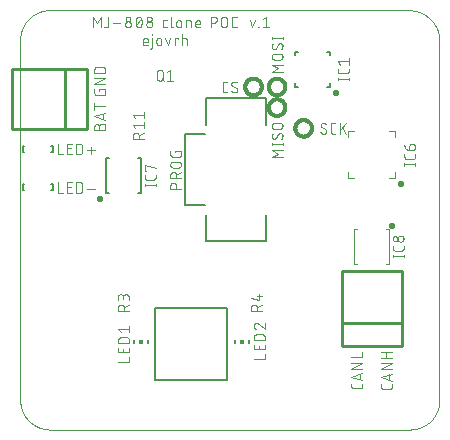
<source format=gto>
G75*
%MOIN*%
%OFA0B0*%
%FSLAX25Y25*%
%IPPOS*%
%LPD*%
%AMOC8*
5,1,8,0,0,1.08239X$1,22.5*
%
%ADD10C,0.00300*%
%ADD11C,0.00000*%
%ADD12C,0.00500*%
%ADD13C,0.01181*%
%ADD14C,0.00400*%
%ADD15C,0.00600*%
%ADD16C,0.01000*%
%ADD17R,0.00591X0.01181*%
%ADD18R,0.01181X0.01181*%
D10*
X0059280Y0067985D02*
X0062917Y0067985D01*
X0062917Y0069602D01*
X0062917Y0071056D02*
X0059280Y0071056D01*
X0059280Y0072673D01*
X0059280Y0074120D02*
X0059280Y0075130D01*
X0059280Y0074120D02*
X0062917Y0074120D01*
X0062917Y0075130D01*
X0062915Y0075191D01*
X0062910Y0075252D01*
X0062900Y0075312D01*
X0062888Y0075372D01*
X0062871Y0075430D01*
X0062851Y0075488D01*
X0062828Y0075545D01*
X0062801Y0075599D01*
X0062771Y0075653D01*
X0062738Y0075704D01*
X0062702Y0075753D01*
X0062663Y0075800D01*
X0062621Y0075844D01*
X0062577Y0075886D01*
X0062530Y0075925D01*
X0062481Y0075961D01*
X0062430Y0075994D01*
X0062376Y0076024D01*
X0062322Y0076051D01*
X0062265Y0076074D01*
X0062207Y0076094D01*
X0062149Y0076111D01*
X0062089Y0076123D01*
X0062029Y0076133D01*
X0061968Y0076138D01*
X0061907Y0076140D01*
X0061907Y0076141D02*
X0060290Y0076141D01*
X0060290Y0076140D02*
X0060229Y0076138D01*
X0060168Y0076133D01*
X0060108Y0076123D01*
X0060048Y0076111D01*
X0059990Y0076094D01*
X0059932Y0076074D01*
X0059875Y0076051D01*
X0059821Y0076024D01*
X0059767Y0075994D01*
X0059716Y0075961D01*
X0059667Y0075925D01*
X0059620Y0075886D01*
X0059576Y0075844D01*
X0059534Y0075800D01*
X0059495Y0075753D01*
X0059459Y0075704D01*
X0059426Y0075653D01*
X0059396Y0075599D01*
X0059369Y0075545D01*
X0059346Y0075488D01*
X0059326Y0075430D01*
X0059309Y0075372D01*
X0059297Y0075312D01*
X0059287Y0075252D01*
X0059282Y0075191D01*
X0059280Y0075130D01*
X0060088Y0077782D02*
X0059280Y0078792D01*
X0062917Y0078792D01*
X0062917Y0077782D02*
X0062917Y0079802D01*
X0062917Y0084902D02*
X0059280Y0084902D01*
X0059280Y0085913D01*
X0059282Y0085975D01*
X0059288Y0086037D01*
X0059297Y0086099D01*
X0059311Y0086159D01*
X0059328Y0086219D01*
X0059348Y0086278D01*
X0059372Y0086335D01*
X0059400Y0086391D01*
X0059431Y0086445D01*
X0059466Y0086497D01*
X0059503Y0086546D01*
X0059544Y0086593D01*
X0059587Y0086638D01*
X0059633Y0086680D01*
X0059681Y0086719D01*
X0059732Y0086755D01*
X0059785Y0086788D01*
X0059840Y0086817D01*
X0059896Y0086843D01*
X0059954Y0086866D01*
X0060014Y0086884D01*
X0060074Y0086900D01*
X0060135Y0086911D01*
X0060197Y0086919D01*
X0060259Y0086923D01*
X0060321Y0086923D01*
X0060383Y0086919D01*
X0060445Y0086911D01*
X0060506Y0086900D01*
X0060566Y0086884D01*
X0060626Y0086866D01*
X0060684Y0086843D01*
X0060740Y0086817D01*
X0060795Y0086788D01*
X0060848Y0086755D01*
X0060899Y0086719D01*
X0060947Y0086680D01*
X0060993Y0086638D01*
X0061036Y0086593D01*
X0061077Y0086546D01*
X0061114Y0086497D01*
X0061149Y0086445D01*
X0061180Y0086391D01*
X0061208Y0086335D01*
X0061232Y0086278D01*
X0061252Y0086219D01*
X0061269Y0086159D01*
X0061283Y0086099D01*
X0061292Y0086037D01*
X0061298Y0085975D01*
X0061300Y0085913D01*
X0061300Y0084902D01*
X0061300Y0086115D02*
X0062917Y0086923D01*
X0062917Y0088423D02*
X0062917Y0089434D01*
X0062915Y0089496D01*
X0062909Y0089558D01*
X0062900Y0089620D01*
X0062886Y0089680D01*
X0062869Y0089740D01*
X0062849Y0089799D01*
X0062825Y0089856D01*
X0062797Y0089912D01*
X0062766Y0089966D01*
X0062731Y0090018D01*
X0062694Y0090067D01*
X0062653Y0090114D01*
X0062610Y0090159D01*
X0062564Y0090201D01*
X0062516Y0090240D01*
X0062465Y0090276D01*
X0062412Y0090309D01*
X0062357Y0090338D01*
X0062301Y0090364D01*
X0062243Y0090387D01*
X0062183Y0090405D01*
X0062123Y0090421D01*
X0062062Y0090432D01*
X0062000Y0090440D01*
X0061938Y0090444D01*
X0061876Y0090444D01*
X0061814Y0090440D01*
X0061752Y0090432D01*
X0061691Y0090421D01*
X0061631Y0090405D01*
X0061571Y0090387D01*
X0061513Y0090364D01*
X0061457Y0090338D01*
X0061402Y0090309D01*
X0061349Y0090276D01*
X0061298Y0090240D01*
X0061250Y0090201D01*
X0061204Y0090159D01*
X0061161Y0090114D01*
X0061120Y0090067D01*
X0061083Y0090018D01*
X0061048Y0089966D01*
X0061017Y0089912D01*
X0060989Y0089856D01*
X0060965Y0089799D01*
X0060945Y0089740D01*
X0060928Y0089680D01*
X0060914Y0089620D01*
X0060905Y0089558D01*
X0060899Y0089496D01*
X0060897Y0089434D01*
X0060896Y0089636D02*
X0060896Y0088828D01*
X0060896Y0089636D02*
X0060894Y0089691D01*
X0060888Y0089746D01*
X0060879Y0089800D01*
X0060866Y0089854D01*
X0060849Y0089907D01*
X0060829Y0089958D01*
X0060805Y0090008D01*
X0060778Y0090056D01*
X0060748Y0090102D01*
X0060715Y0090146D01*
X0060679Y0090188D01*
X0060640Y0090227D01*
X0060598Y0090263D01*
X0060554Y0090296D01*
X0060508Y0090326D01*
X0060460Y0090353D01*
X0060410Y0090377D01*
X0060359Y0090397D01*
X0060306Y0090414D01*
X0060252Y0090427D01*
X0060198Y0090436D01*
X0060143Y0090442D01*
X0060088Y0090444D01*
X0060033Y0090442D01*
X0059978Y0090436D01*
X0059924Y0090427D01*
X0059870Y0090414D01*
X0059817Y0090397D01*
X0059766Y0090377D01*
X0059716Y0090353D01*
X0059668Y0090326D01*
X0059622Y0090296D01*
X0059578Y0090263D01*
X0059536Y0090227D01*
X0059497Y0090188D01*
X0059461Y0090146D01*
X0059428Y0090102D01*
X0059398Y0090056D01*
X0059371Y0090008D01*
X0059347Y0089958D01*
X0059327Y0089907D01*
X0059310Y0089854D01*
X0059297Y0089800D01*
X0059288Y0089746D01*
X0059282Y0089691D01*
X0059280Y0089636D01*
X0059280Y0088423D01*
X0062917Y0072673D02*
X0062917Y0071056D01*
X0060896Y0071056D02*
X0060896Y0072268D01*
X0103571Y0084902D02*
X0103571Y0085913D01*
X0103572Y0085913D02*
X0103574Y0085975D01*
X0103580Y0086037D01*
X0103589Y0086099D01*
X0103603Y0086159D01*
X0103620Y0086219D01*
X0103640Y0086278D01*
X0103664Y0086335D01*
X0103692Y0086391D01*
X0103723Y0086445D01*
X0103758Y0086497D01*
X0103795Y0086546D01*
X0103836Y0086593D01*
X0103879Y0086638D01*
X0103925Y0086680D01*
X0103973Y0086719D01*
X0104024Y0086755D01*
X0104077Y0086788D01*
X0104132Y0086817D01*
X0104188Y0086843D01*
X0104246Y0086866D01*
X0104306Y0086884D01*
X0104366Y0086900D01*
X0104427Y0086911D01*
X0104489Y0086919D01*
X0104551Y0086923D01*
X0104613Y0086923D01*
X0104675Y0086919D01*
X0104737Y0086911D01*
X0104798Y0086900D01*
X0104858Y0086884D01*
X0104918Y0086866D01*
X0104976Y0086843D01*
X0105032Y0086817D01*
X0105087Y0086788D01*
X0105140Y0086755D01*
X0105191Y0086719D01*
X0105239Y0086680D01*
X0105285Y0086638D01*
X0105328Y0086593D01*
X0105369Y0086546D01*
X0105406Y0086497D01*
X0105441Y0086445D01*
X0105472Y0086391D01*
X0105500Y0086335D01*
X0105524Y0086278D01*
X0105544Y0086219D01*
X0105561Y0086159D01*
X0105575Y0086099D01*
X0105584Y0086037D01*
X0105590Y0085975D01*
X0105592Y0085913D01*
X0105592Y0084902D01*
X0105592Y0086115D02*
X0107208Y0086923D01*
X0106400Y0088423D02*
X0106400Y0090444D01*
X0105592Y0089838D02*
X0107208Y0089838D01*
X0106400Y0088423D02*
X0103571Y0089232D01*
X0103571Y0084902D02*
X0107208Y0084902D01*
X0108193Y0080786D02*
X0108193Y0078766D01*
X0106172Y0080483D01*
X0104556Y0079877D02*
X0104558Y0079810D01*
X0104564Y0079744D01*
X0104573Y0079678D01*
X0104586Y0079612D01*
X0104603Y0079548D01*
X0104624Y0079484D01*
X0104648Y0079422D01*
X0104676Y0079361D01*
X0104707Y0079302D01*
X0104742Y0079245D01*
X0104779Y0079190D01*
X0104820Y0079137D01*
X0104864Y0079087D01*
X0104910Y0079039D01*
X0104960Y0078994D01*
X0105011Y0078952D01*
X0105065Y0078912D01*
X0105122Y0078876D01*
X0105180Y0078844D01*
X0105240Y0078814D01*
X0105301Y0078788D01*
X0105364Y0078766D01*
X0106172Y0080484D02*
X0106129Y0080527D01*
X0106083Y0080566D01*
X0106035Y0080603D01*
X0105984Y0080637D01*
X0105932Y0080668D01*
X0105878Y0080696D01*
X0105822Y0080720D01*
X0105764Y0080740D01*
X0105706Y0080757D01*
X0105647Y0080770D01*
X0105586Y0080779D01*
X0105526Y0080785D01*
X0105465Y0080787D01*
X0105465Y0080786D02*
X0105406Y0080784D01*
X0105346Y0080778D01*
X0105288Y0080769D01*
X0105230Y0080755D01*
X0105173Y0080738D01*
X0105117Y0080717D01*
X0105063Y0080692D01*
X0105011Y0080664D01*
X0104960Y0080633D01*
X0104912Y0080598D01*
X0104866Y0080560D01*
X0104822Y0080520D01*
X0104782Y0080476D01*
X0104744Y0080430D01*
X0104709Y0080382D01*
X0104678Y0080332D01*
X0104650Y0080279D01*
X0104625Y0080225D01*
X0104604Y0080169D01*
X0104587Y0080112D01*
X0104573Y0080054D01*
X0104564Y0079996D01*
X0104558Y0079936D01*
X0104556Y0079877D01*
X0105566Y0077125D02*
X0107182Y0077125D01*
X0107243Y0077123D01*
X0107304Y0077118D01*
X0107364Y0077108D01*
X0107424Y0077096D01*
X0107482Y0077079D01*
X0107540Y0077059D01*
X0107597Y0077036D01*
X0107651Y0077009D01*
X0107705Y0076979D01*
X0107756Y0076946D01*
X0107805Y0076910D01*
X0107852Y0076871D01*
X0107896Y0076829D01*
X0107938Y0076785D01*
X0107977Y0076738D01*
X0108013Y0076689D01*
X0108046Y0076638D01*
X0108076Y0076584D01*
X0108103Y0076530D01*
X0108126Y0076473D01*
X0108146Y0076415D01*
X0108163Y0076357D01*
X0108175Y0076297D01*
X0108185Y0076237D01*
X0108190Y0076176D01*
X0108192Y0076115D01*
X0108193Y0076115D02*
X0108193Y0075104D01*
X0104556Y0075104D01*
X0104556Y0076115D01*
X0104558Y0076176D01*
X0104563Y0076237D01*
X0104573Y0076297D01*
X0104585Y0076357D01*
X0104602Y0076415D01*
X0104622Y0076473D01*
X0104645Y0076530D01*
X0104672Y0076584D01*
X0104702Y0076638D01*
X0104735Y0076689D01*
X0104771Y0076738D01*
X0104810Y0076785D01*
X0104852Y0076829D01*
X0104896Y0076871D01*
X0104943Y0076910D01*
X0104992Y0076946D01*
X0105043Y0076979D01*
X0105097Y0077009D01*
X0105151Y0077036D01*
X0105208Y0077059D01*
X0105266Y0077079D01*
X0105324Y0077096D01*
X0105384Y0077108D01*
X0105444Y0077118D01*
X0105505Y0077123D01*
X0105566Y0077125D01*
X0104556Y0073657D02*
X0104556Y0072040D01*
X0108193Y0072040D01*
X0108193Y0073657D01*
X0106172Y0073253D02*
X0106172Y0072040D01*
X0108193Y0070586D02*
X0108193Y0068970D01*
X0104556Y0068970D01*
X0137036Y0069432D02*
X0140673Y0069432D01*
X0140673Y0071049D01*
X0140673Y0067667D02*
X0137036Y0067667D01*
X0137036Y0065646D02*
X0140673Y0067667D01*
X0140673Y0065646D02*
X0137036Y0065646D01*
X0137036Y0062995D02*
X0140673Y0064207D01*
X0139764Y0063904D02*
X0139764Y0062086D01*
X0140673Y0061783D02*
X0137036Y0062995D01*
X0137036Y0060638D02*
X0137036Y0059830D01*
X0137038Y0059775D01*
X0137044Y0059720D01*
X0137053Y0059666D01*
X0137066Y0059612D01*
X0137083Y0059559D01*
X0137103Y0059508D01*
X0137127Y0059458D01*
X0137154Y0059410D01*
X0137184Y0059364D01*
X0137217Y0059320D01*
X0137253Y0059278D01*
X0137293Y0059239D01*
X0137334Y0059203D01*
X0137378Y0059170D01*
X0137424Y0059140D01*
X0137472Y0059113D01*
X0137522Y0059089D01*
X0137573Y0059069D01*
X0137626Y0059052D01*
X0137680Y0059039D01*
X0137734Y0059030D01*
X0137789Y0059024D01*
X0137844Y0059022D01*
X0139865Y0059022D01*
X0139920Y0059024D01*
X0139975Y0059030D01*
X0140029Y0059039D01*
X0140083Y0059052D01*
X0140136Y0059069D01*
X0140187Y0059089D01*
X0140237Y0059113D01*
X0140285Y0059140D01*
X0140331Y0059170D01*
X0140375Y0059203D01*
X0140417Y0059239D01*
X0140456Y0059278D01*
X0140492Y0059320D01*
X0140525Y0059364D01*
X0140555Y0059410D01*
X0140582Y0059458D01*
X0140606Y0059508D01*
X0140626Y0059559D01*
X0140643Y0059612D01*
X0140656Y0059666D01*
X0140665Y0059720D01*
X0140671Y0059775D01*
X0140673Y0059830D01*
X0140673Y0060638D01*
X0146878Y0060440D02*
X0146878Y0059632D01*
X0146879Y0059632D02*
X0146881Y0059577D01*
X0146887Y0059522D01*
X0146896Y0059468D01*
X0146909Y0059414D01*
X0146926Y0059361D01*
X0146946Y0059310D01*
X0146970Y0059260D01*
X0146997Y0059212D01*
X0147027Y0059166D01*
X0147060Y0059122D01*
X0147096Y0059080D01*
X0147136Y0059041D01*
X0147177Y0059005D01*
X0147221Y0058972D01*
X0147267Y0058942D01*
X0147315Y0058915D01*
X0147365Y0058891D01*
X0147416Y0058871D01*
X0147469Y0058854D01*
X0147523Y0058841D01*
X0147577Y0058832D01*
X0147632Y0058826D01*
X0147687Y0058824D01*
X0147687Y0058823D02*
X0149707Y0058823D01*
X0149707Y0058824D02*
X0149762Y0058826D01*
X0149817Y0058832D01*
X0149871Y0058841D01*
X0149925Y0058854D01*
X0149978Y0058871D01*
X0150029Y0058891D01*
X0150079Y0058915D01*
X0150127Y0058942D01*
X0150173Y0058972D01*
X0150217Y0059005D01*
X0150259Y0059041D01*
X0150298Y0059080D01*
X0150334Y0059122D01*
X0150367Y0059166D01*
X0150397Y0059212D01*
X0150424Y0059260D01*
X0150448Y0059310D01*
X0150468Y0059361D01*
X0150485Y0059414D01*
X0150498Y0059468D01*
X0150507Y0059522D01*
X0150513Y0059577D01*
X0150515Y0059632D01*
X0150515Y0060440D01*
X0150515Y0061584D02*
X0146878Y0062796D01*
X0150515Y0064009D01*
X0149606Y0063706D02*
X0149606Y0061887D01*
X0150515Y0065447D02*
X0146878Y0065447D01*
X0150515Y0067468D01*
X0146878Y0067468D01*
X0146878Y0069227D02*
X0150515Y0069227D01*
X0148495Y0069227D02*
X0148495Y0071248D01*
X0146878Y0071248D02*
X0150515Y0071248D01*
X0150815Y0102773D02*
X0150815Y0103581D01*
X0150815Y0103177D02*
X0154452Y0103177D01*
X0154452Y0102773D02*
X0154452Y0103581D01*
X0153644Y0104992D02*
X0151624Y0104992D01*
X0151569Y0104994D01*
X0151514Y0105000D01*
X0151460Y0105009D01*
X0151406Y0105022D01*
X0151353Y0105039D01*
X0151302Y0105059D01*
X0151252Y0105083D01*
X0151204Y0105110D01*
X0151158Y0105140D01*
X0151114Y0105173D01*
X0151073Y0105209D01*
X0151033Y0105248D01*
X0150997Y0105290D01*
X0150964Y0105334D01*
X0150934Y0105380D01*
X0150907Y0105428D01*
X0150883Y0105478D01*
X0150863Y0105529D01*
X0150846Y0105582D01*
X0150833Y0105636D01*
X0150824Y0105690D01*
X0150818Y0105745D01*
X0150816Y0105800D01*
X0150815Y0105800D02*
X0150815Y0106608D01*
X0151624Y0108157D02*
X0151679Y0108159D01*
X0151734Y0108165D01*
X0151788Y0108174D01*
X0151842Y0108187D01*
X0151895Y0108204D01*
X0151946Y0108224D01*
X0151996Y0108248D01*
X0152044Y0108275D01*
X0152090Y0108305D01*
X0152134Y0108338D01*
X0152176Y0108374D01*
X0152215Y0108413D01*
X0152251Y0108455D01*
X0152284Y0108499D01*
X0152314Y0108545D01*
X0152341Y0108593D01*
X0152365Y0108643D01*
X0152385Y0108694D01*
X0152402Y0108747D01*
X0152415Y0108801D01*
X0152424Y0108855D01*
X0152430Y0108910D01*
X0152432Y0108965D01*
X0152430Y0109020D01*
X0152424Y0109075D01*
X0152415Y0109129D01*
X0152402Y0109183D01*
X0152385Y0109236D01*
X0152365Y0109287D01*
X0152341Y0109337D01*
X0152314Y0109385D01*
X0152284Y0109431D01*
X0152251Y0109475D01*
X0152215Y0109517D01*
X0152176Y0109556D01*
X0152134Y0109592D01*
X0152090Y0109625D01*
X0152044Y0109655D01*
X0151996Y0109682D01*
X0151946Y0109706D01*
X0151895Y0109726D01*
X0151842Y0109743D01*
X0151788Y0109756D01*
X0151734Y0109765D01*
X0151679Y0109771D01*
X0151624Y0109773D01*
X0151569Y0109771D01*
X0151514Y0109765D01*
X0151460Y0109756D01*
X0151406Y0109743D01*
X0151353Y0109726D01*
X0151302Y0109706D01*
X0151252Y0109682D01*
X0151204Y0109655D01*
X0151158Y0109625D01*
X0151114Y0109592D01*
X0151072Y0109556D01*
X0151033Y0109517D01*
X0150997Y0109475D01*
X0150964Y0109431D01*
X0150934Y0109385D01*
X0150907Y0109337D01*
X0150883Y0109287D01*
X0150863Y0109236D01*
X0150846Y0109183D01*
X0150833Y0109129D01*
X0150824Y0109075D01*
X0150818Y0109020D01*
X0150816Y0108965D01*
X0150818Y0108910D01*
X0150824Y0108855D01*
X0150833Y0108801D01*
X0150846Y0108747D01*
X0150863Y0108694D01*
X0150883Y0108643D01*
X0150907Y0108593D01*
X0150934Y0108545D01*
X0150964Y0108499D01*
X0150997Y0108455D01*
X0151033Y0108413D01*
X0151072Y0108374D01*
X0151114Y0108338D01*
X0151158Y0108305D01*
X0151204Y0108275D01*
X0151252Y0108248D01*
X0151302Y0108224D01*
X0151353Y0108204D01*
X0151406Y0108187D01*
X0151460Y0108174D01*
X0151514Y0108165D01*
X0151569Y0108159D01*
X0151624Y0108157D01*
X0153442Y0107955D02*
X0153504Y0107957D01*
X0153566Y0107963D01*
X0153628Y0107972D01*
X0153688Y0107986D01*
X0153748Y0108003D01*
X0153807Y0108023D01*
X0153864Y0108047D01*
X0153920Y0108075D01*
X0153974Y0108106D01*
X0154026Y0108141D01*
X0154075Y0108178D01*
X0154122Y0108219D01*
X0154167Y0108262D01*
X0154209Y0108308D01*
X0154248Y0108356D01*
X0154284Y0108407D01*
X0154317Y0108460D01*
X0154346Y0108515D01*
X0154372Y0108571D01*
X0154395Y0108629D01*
X0154413Y0108689D01*
X0154429Y0108749D01*
X0154440Y0108810D01*
X0154448Y0108872D01*
X0154452Y0108934D01*
X0154452Y0108996D01*
X0154448Y0109058D01*
X0154440Y0109120D01*
X0154429Y0109181D01*
X0154413Y0109241D01*
X0154395Y0109301D01*
X0154372Y0109359D01*
X0154346Y0109415D01*
X0154317Y0109470D01*
X0154284Y0109523D01*
X0154248Y0109574D01*
X0154209Y0109622D01*
X0154167Y0109668D01*
X0154122Y0109711D01*
X0154075Y0109752D01*
X0154026Y0109789D01*
X0153974Y0109824D01*
X0153920Y0109855D01*
X0153864Y0109883D01*
X0153807Y0109907D01*
X0153748Y0109927D01*
X0153688Y0109944D01*
X0153628Y0109958D01*
X0153566Y0109967D01*
X0153504Y0109973D01*
X0153442Y0109975D01*
X0153380Y0109973D01*
X0153318Y0109967D01*
X0153256Y0109958D01*
X0153196Y0109944D01*
X0153136Y0109927D01*
X0153077Y0109907D01*
X0153020Y0109883D01*
X0152964Y0109855D01*
X0152910Y0109824D01*
X0152858Y0109789D01*
X0152809Y0109752D01*
X0152762Y0109711D01*
X0152717Y0109668D01*
X0152675Y0109622D01*
X0152636Y0109574D01*
X0152600Y0109523D01*
X0152567Y0109470D01*
X0152538Y0109415D01*
X0152512Y0109359D01*
X0152489Y0109301D01*
X0152471Y0109241D01*
X0152455Y0109181D01*
X0152444Y0109120D01*
X0152436Y0109058D01*
X0152432Y0108996D01*
X0152432Y0108934D01*
X0152436Y0108872D01*
X0152444Y0108810D01*
X0152455Y0108749D01*
X0152471Y0108689D01*
X0152489Y0108629D01*
X0152512Y0108571D01*
X0152538Y0108515D01*
X0152567Y0108460D01*
X0152600Y0108407D01*
X0152636Y0108356D01*
X0152675Y0108308D01*
X0152717Y0108262D01*
X0152762Y0108219D01*
X0152809Y0108178D01*
X0152858Y0108141D01*
X0152910Y0108106D01*
X0152964Y0108075D01*
X0153020Y0108047D01*
X0153077Y0108023D01*
X0153136Y0108003D01*
X0153196Y0107986D01*
X0153256Y0107972D01*
X0153318Y0107963D01*
X0153380Y0107957D01*
X0153442Y0107955D01*
X0154452Y0106608D02*
X0154452Y0105800D01*
X0154450Y0105745D01*
X0154444Y0105690D01*
X0154435Y0105636D01*
X0154422Y0105582D01*
X0154405Y0105529D01*
X0154385Y0105478D01*
X0154361Y0105428D01*
X0154334Y0105380D01*
X0154304Y0105334D01*
X0154271Y0105290D01*
X0154235Y0105248D01*
X0154196Y0105209D01*
X0154154Y0105173D01*
X0154110Y0105140D01*
X0154064Y0105110D01*
X0154016Y0105083D01*
X0153966Y0105059D01*
X0153915Y0105039D01*
X0153862Y0105022D01*
X0153808Y0105009D01*
X0153754Y0105000D01*
X0153699Y0104994D01*
X0153644Y0104992D01*
X0154713Y0133285D02*
X0154713Y0134093D01*
X0154713Y0133689D02*
X0158350Y0133689D01*
X0158350Y0133285D02*
X0158350Y0134093D01*
X0157542Y0135503D02*
X0155521Y0135503D01*
X0155521Y0135504D02*
X0155466Y0135506D01*
X0155411Y0135512D01*
X0155357Y0135521D01*
X0155303Y0135534D01*
X0155250Y0135551D01*
X0155199Y0135571D01*
X0155149Y0135595D01*
X0155101Y0135622D01*
X0155055Y0135652D01*
X0155011Y0135685D01*
X0154970Y0135721D01*
X0154930Y0135760D01*
X0154894Y0135802D01*
X0154861Y0135846D01*
X0154831Y0135892D01*
X0154804Y0135940D01*
X0154780Y0135990D01*
X0154760Y0136041D01*
X0154743Y0136094D01*
X0154730Y0136148D01*
X0154721Y0136202D01*
X0154715Y0136257D01*
X0154713Y0136312D01*
X0154713Y0137120D01*
X0156329Y0138466D02*
X0157340Y0138466D01*
X0157402Y0138468D01*
X0157464Y0138474D01*
X0157526Y0138483D01*
X0157586Y0138497D01*
X0157646Y0138514D01*
X0157705Y0138534D01*
X0157762Y0138558D01*
X0157818Y0138586D01*
X0157872Y0138617D01*
X0157924Y0138652D01*
X0157973Y0138689D01*
X0158020Y0138730D01*
X0158065Y0138773D01*
X0158107Y0138819D01*
X0158146Y0138867D01*
X0158182Y0138918D01*
X0158215Y0138971D01*
X0158244Y0139026D01*
X0158270Y0139082D01*
X0158293Y0139140D01*
X0158311Y0139200D01*
X0158327Y0139260D01*
X0158338Y0139321D01*
X0158346Y0139383D01*
X0158350Y0139445D01*
X0158350Y0139507D01*
X0158346Y0139569D01*
X0158338Y0139631D01*
X0158327Y0139692D01*
X0158311Y0139752D01*
X0158293Y0139812D01*
X0158270Y0139870D01*
X0158244Y0139926D01*
X0158215Y0139981D01*
X0158182Y0140034D01*
X0158146Y0140085D01*
X0158107Y0140133D01*
X0158065Y0140179D01*
X0158020Y0140222D01*
X0157973Y0140263D01*
X0157924Y0140300D01*
X0157872Y0140335D01*
X0157818Y0140366D01*
X0157762Y0140394D01*
X0157705Y0140418D01*
X0157646Y0140438D01*
X0157586Y0140455D01*
X0157526Y0140469D01*
X0157464Y0140478D01*
X0157402Y0140484D01*
X0157340Y0140486D01*
X0157340Y0140487D02*
X0157138Y0140487D01*
X0157138Y0140486D02*
X0157083Y0140484D01*
X0157028Y0140478D01*
X0156974Y0140469D01*
X0156920Y0140456D01*
X0156867Y0140439D01*
X0156816Y0140419D01*
X0156766Y0140395D01*
X0156718Y0140368D01*
X0156672Y0140338D01*
X0156628Y0140305D01*
X0156587Y0140269D01*
X0156547Y0140230D01*
X0156511Y0140188D01*
X0156478Y0140144D01*
X0156448Y0140098D01*
X0156421Y0140050D01*
X0156397Y0140000D01*
X0156377Y0139949D01*
X0156360Y0139896D01*
X0156347Y0139842D01*
X0156338Y0139788D01*
X0156332Y0139733D01*
X0156330Y0139678D01*
X0156329Y0139678D02*
X0156329Y0138466D01*
X0156329Y0138467D02*
X0156250Y0138469D01*
X0156171Y0138475D01*
X0156092Y0138484D01*
X0156014Y0138498D01*
X0155936Y0138515D01*
X0155860Y0138537D01*
X0155785Y0138561D01*
X0155711Y0138590D01*
X0155638Y0138622D01*
X0155567Y0138658D01*
X0155498Y0138697D01*
X0155431Y0138739D01*
X0155366Y0138785D01*
X0155304Y0138834D01*
X0155244Y0138886D01*
X0155186Y0138940D01*
X0155132Y0138998D01*
X0155080Y0139058D01*
X0155031Y0139120D01*
X0154985Y0139185D01*
X0154943Y0139252D01*
X0154904Y0139321D01*
X0154868Y0139392D01*
X0154836Y0139465D01*
X0154807Y0139539D01*
X0154783Y0139614D01*
X0154761Y0139690D01*
X0154744Y0139768D01*
X0154730Y0139846D01*
X0154721Y0139925D01*
X0154715Y0140004D01*
X0154713Y0140083D01*
X0158350Y0137120D02*
X0158350Y0136312D01*
X0158348Y0136257D01*
X0158342Y0136202D01*
X0158333Y0136148D01*
X0158320Y0136094D01*
X0158303Y0136041D01*
X0158283Y0135990D01*
X0158259Y0135940D01*
X0158232Y0135892D01*
X0158202Y0135846D01*
X0158169Y0135802D01*
X0158133Y0135760D01*
X0158094Y0135721D01*
X0158052Y0135685D01*
X0158008Y0135652D01*
X0157962Y0135622D01*
X0157914Y0135595D01*
X0157864Y0135571D01*
X0157813Y0135551D01*
X0157760Y0135534D01*
X0157706Y0135521D01*
X0157652Y0135512D01*
X0157597Y0135506D01*
X0157542Y0135504D01*
X0136145Y0161828D02*
X0136145Y0162636D01*
X0136145Y0162232D02*
X0132508Y0162232D01*
X0132508Y0161828D02*
X0132508Y0162636D01*
X0133316Y0164047D02*
X0135337Y0164047D01*
X0135392Y0164049D01*
X0135447Y0164055D01*
X0135501Y0164064D01*
X0135555Y0164077D01*
X0135608Y0164094D01*
X0135659Y0164114D01*
X0135709Y0164138D01*
X0135757Y0164165D01*
X0135803Y0164195D01*
X0135847Y0164228D01*
X0135889Y0164264D01*
X0135928Y0164303D01*
X0135964Y0164345D01*
X0135997Y0164389D01*
X0136027Y0164435D01*
X0136054Y0164483D01*
X0136078Y0164533D01*
X0136098Y0164584D01*
X0136115Y0164637D01*
X0136128Y0164691D01*
X0136137Y0164745D01*
X0136143Y0164800D01*
X0136145Y0164855D01*
X0136145Y0165663D01*
X0136145Y0167009D02*
X0136145Y0169030D01*
X0136145Y0168020D02*
X0132508Y0168020D01*
X0133316Y0167009D01*
X0132508Y0165663D02*
X0132508Y0164855D01*
X0132510Y0164800D01*
X0132516Y0164745D01*
X0132525Y0164691D01*
X0132538Y0164637D01*
X0132555Y0164584D01*
X0132575Y0164533D01*
X0132599Y0164483D01*
X0132626Y0164435D01*
X0132656Y0164389D01*
X0132689Y0164345D01*
X0132725Y0164303D01*
X0132765Y0164264D01*
X0132806Y0164228D01*
X0132850Y0164195D01*
X0132896Y0164165D01*
X0132944Y0164138D01*
X0132994Y0164114D01*
X0133045Y0164094D01*
X0133098Y0164077D01*
X0133152Y0164064D01*
X0133206Y0164055D01*
X0133261Y0164049D01*
X0133316Y0164047D01*
X0133244Y0147563D02*
X0133244Y0143926D01*
X0133244Y0145340D02*
X0135264Y0147563D01*
X0134052Y0146148D02*
X0135264Y0143926D01*
X0131728Y0143926D02*
X0130920Y0143926D01*
X0130865Y0143928D01*
X0130810Y0143934D01*
X0130756Y0143943D01*
X0130702Y0143956D01*
X0130649Y0143973D01*
X0130598Y0143993D01*
X0130548Y0144017D01*
X0130500Y0144044D01*
X0130454Y0144074D01*
X0130410Y0144107D01*
X0130368Y0144143D01*
X0130329Y0144182D01*
X0130293Y0144224D01*
X0130260Y0144268D01*
X0130230Y0144314D01*
X0130203Y0144362D01*
X0130179Y0144412D01*
X0130159Y0144463D01*
X0130142Y0144516D01*
X0130129Y0144570D01*
X0130120Y0144624D01*
X0130114Y0144679D01*
X0130112Y0144734D01*
X0130112Y0146754D01*
X0130114Y0146809D01*
X0130120Y0146864D01*
X0130129Y0146918D01*
X0130142Y0146972D01*
X0130159Y0147025D01*
X0130179Y0147076D01*
X0130203Y0147126D01*
X0130230Y0147174D01*
X0130260Y0147220D01*
X0130293Y0147264D01*
X0130329Y0147305D01*
X0130368Y0147345D01*
X0130410Y0147381D01*
X0130454Y0147414D01*
X0130500Y0147444D01*
X0130548Y0147471D01*
X0130598Y0147495D01*
X0130649Y0147515D01*
X0130702Y0147532D01*
X0130756Y0147545D01*
X0130810Y0147554D01*
X0130865Y0147560D01*
X0130920Y0147562D01*
X0130920Y0147563D02*
X0131728Y0147563D01*
X0128313Y0145441D02*
X0127202Y0146047D01*
X0127606Y0147562D02*
X0127681Y0147560D01*
X0127756Y0147555D01*
X0127830Y0147545D01*
X0127904Y0147532D01*
X0127977Y0147516D01*
X0128049Y0147496D01*
X0128121Y0147472D01*
X0128190Y0147445D01*
X0128259Y0147414D01*
X0128326Y0147380D01*
X0128391Y0147343D01*
X0128454Y0147302D01*
X0128515Y0147259D01*
X0127201Y0146047D02*
X0127156Y0146075D01*
X0127113Y0146107D01*
X0127072Y0146141D01*
X0127034Y0146177D01*
X0126997Y0146216D01*
X0126964Y0146258D01*
X0126933Y0146301D01*
X0126905Y0146347D01*
X0126880Y0146394D01*
X0126858Y0146442D01*
X0126840Y0146492D01*
X0126825Y0146543D01*
X0126813Y0146595D01*
X0126804Y0146648D01*
X0126799Y0146701D01*
X0126797Y0146754D01*
X0126798Y0146754D02*
X0126800Y0146809D01*
X0126806Y0146864D01*
X0126815Y0146918D01*
X0126828Y0146972D01*
X0126845Y0147025D01*
X0126865Y0147076D01*
X0126889Y0147126D01*
X0126916Y0147174D01*
X0126946Y0147220D01*
X0126979Y0147264D01*
X0127015Y0147306D01*
X0127055Y0147345D01*
X0127096Y0147381D01*
X0127140Y0147414D01*
X0127186Y0147444D01*
X0127234Y0147471D01*
X0127284Y0147495D01*
X0127335Y0147515D01*
X0127388Y0147532D01*
X0127442Y0147545D01*
X0127496Y0147554D01*
X0127551Y0147560D01*
X0127606Y0147562D01*
X0126697Y0144431D02*
X0126754Y0144376D01*
X0126814Y0144324D01*
X0126876Y0144274D01*
X0126940Y0144228D01*
X0127006Y0144184D01*
X0127074Y0144144D01*
X0127144Y0144107D01*
X0127216Y0144073D01*
X0127289Y0144042D01*
X0127364Y0144015D01*
X0127439Y0143992D01*
X0127516Y0143972D01*
X0127594Y0143955D01*
X0127672Y0143943D01*
X0127751Y0143933D01*
X0127830Y0143928D01*
X0127909Y0143926D01*
X0127964Y0143928D01*
X0128019Y0143934D01*
X0128073Y0143943D01*
X0128127Y0143956D01*
X0128180Y0143973D01*
X0128231Y0143993D01*
X0128281Y0144017D01*
X0128329Y0144044D01*
X0128375Y0144074D01*
X0128419Y0144107D01*
X0128461Y0144143D01*
X0128500Y0144182D01*
X0128536Y0144224D01*
X0128569Y0144268D01*
X0128599Y0144314D01*
X0128626Y0144362D01*
X0128650Y0144412D01*
X0128670Y0144463D01*
X0128687Y0144516D01*
X0128700Y0144570D01*
X0128709Y0144624D01*
X0128715Y0144679D01*
X0128717Y0144734D01*
X0128715Y0144787D01*
X0128710Y0144840D01*
X0128701Y0144893D01*
X0128689Y0144945D01*
X0128674Y0144996D01*
X0128656Y0145046D01*
X0128634Y0145094D01*
X0128609Y0145141D01*
X0128581Y0145187D01*
X0128550Y0145230D01*
X0128517Y0145272D01*
X0128480Y0145311D01*
X0128442Y0145347D01*
X0128401Y0145381D01*
X0128358Y0145413D01*
X0128313Y0145441D01*
X0114098Y0140836D02*
X0114098Y0140028D01*
X0114098Y0140432D02*
X0110461Y0140432D01*
X0110461Y0140028D02*
X0110461Y0140836D01*
X0111269Y0142239D02*
X0111214Y0142241D01*
X0111159Y0142247D01*
X0111105Y0142256D01*
X0111051Y0142269D01*
X0110998Y0142286D01*
X0110947Y0142306D01*
X0110897Y0142330D01*
X0110849Y0142357D01*
X0110803Y0142387D01*
X0110759Y0142420D01*
X0110717Y0142456D01*
X0110678Y0142495D01*
X0110642Y0142537D01*
X0110609Y0142581D01*
X0110579Y0142627D01*
X0110552Y0142675D01*
X0110528Y0142725D01*
X0110508Y0142776D01*
X0110491Y0142829D01*
X0110478Y0142883D01*
X0110469Y0142937D01*
X0110463Y0142992D01*
X0110461Y0143047D01*
X0111269Y0142239D02*
X0111322Y0142241D01*
X0111375Y0142246D01*
X0111428Y0142255D01*
X0111480Y0142267D01*
X0111531Y0142282D01*
X0111581Y0142300D01*
X0111629Y0142322D01*
X0111676Y0142347D01*
X0111722Y0142375D01*
X0111765Y0142406D01*
X0111807Y0142439D01*
X0111846Y0142476D01*
X0111882Y0142514D01*
X0111916Y0142555D01*
X0111948Y0142598D01*
X0111976Y0142643D01*
X0112583Y0143754D01*
X0114098Y0143350D02*
X0114096Y0143271D01*
X0114091Y0143192D01*
X0114081Y0143113D01*
X0114069Y0143035D01*
X0114052Y0142957D01*
X0114032Y0142880D01*
X0114009Y0142805D01*
X0113982Y0142730D01*
X0113951Y0142657D01*
X0113917Y0142585D01*
X0113880Y0142515D01*
X0113840Y0142447D01*
X0113796Y0142381D01*
X0113750Y0142317D01*
X0113700Y0142255D01*
X0113648Y0142195D01*
X0113593Y0142138D01*
X0112583Y0143755D02*
X0112611Y0143800D01*
X0112643Y0143843D01*
X0112677Y0143884D01*
X0112713Y0143922D01*
X0112752Y0143959D01*
X0112794Y0143992D01*
X0112837Y0144023D01*
X0112883Y0144051D01*
X0112930Y0144076D01*
X0112978Y0144098D01*
X0113028Y0144116D01*
X0113079Y0144131D01*
X0113131Y0144143D01*
X0113184Y0144152D01*
X0113237Y0144157D01*
X0113290Y0144159D01*
X0113290Y0144158D02*
X0113345Y0144156D01*
X0113400Y0144150D01*
X0113454Y0144141D01*
X0113508Y0144128D01*
X0113561Y0144111D01*
X0113612Y0144091D01*
X0113662Y0144067D01*
X0113710Y0144040D01*
X0113756Y0144010D01*
X0113800Y0143977D01*
X0113842Y0143941D01*
X0113881Y0143902D01*
X0113917Y0143860D01*
X0113950Y0143816D01*
X0113980Y0143770D01*
X0114007Y0143722D01*
X0114031Y0143672D01*
X0114051Y0143621D01*
X0114068Y0143568D01*
X0114081Y0143514D01*
X0114090Y0143460D01*
X0114096Y0143405D01*
X0114098Y0143350D01*
X0110764Y0143956D02*
X0110721Y0143895D01*
X0110680Y0143832D01*
X0110643Y0143767D01*
X0110609Y0143700D01*
X0110578Y0143631D01*
X0110551Y0143562D01*
X0110527Y0143490D01*
X0110507Y0143418D01*
X0110491Y0143345D01*
X0110478Y0143271D01*
X0110468Y0143197D01*
X0110463Y0143122D01*
X0110461Y0143047D01*
X0111471Y0145563D02*
X0113088Y0145563D01*
X0113150Y0145565D01*
X0113212Y0145571D01*
X0113274Y0145580D01*
X0113334Y0145594D01*
X0113394Y0145611D01*
X0113453Y0145631D01*
X0113510Y0145655D01*
X0113566Y0145683D01*
X0113620Y0145714D01*
X0113672Y0145749D01*
X0113721Y0145786D01*
X0113768Y0145827D01*
X0113813Y0145870D01*
X0113855Y0145916D01*
X0113894Y0145964D01*
X0113930Y0146015D01*
X0113963Y0146068D01*
X0113992Y0146123D01*
X0114018Y0146179D01*
X0114041Y0146237D01*
X0114059Y0146297D01*
X0114075Y0146357D01*
X0114086Y0146418D01*
X0114094Y0146480D01*
X0114098Y0146542D01*
X0114098Y0146604D01*
X0114094Y0146666D01*
X0114086Y0146728D01*
X0114075Y0146789D01*
X0114059Y0146849D01*
X0114041Y0146909D01*
X0114018Y0146967D01*
X0113992Y0147023D01*
X0113963Y0147078D01*
X0113930Y0147131D01*
X0113894Y0147182D01*
X0113855Y0147230D01*
X0113813Y0147276D01*
X0113768Y0147319D01*
X0113721Y0147360D01*
X0113672Y0147397D01*
X0113620Y0147432D01*
X0113566Y0147463D01*
X0113510Y0147491D01*
X0113453Y0147515D01*
X0113394Y0147535D01*
X0113334Y0147552D01*
X0113274Y0147566D01*
X0113212Y0147575D01*
X0113150Y0147581D01*
X0113088Y0147583D01*
X0113088Y0147584D02*
X0111471Y0147584D01*
X0111471Y0147583D02*
X0111409Y0147581D01*
X0111347Y0147575D01*
X0111285Y0147566D01*
X0111225Y0147552D01*
X0111165Y0147535D01*
X0111106Y0147515D01*
X0111049Y0147491D01*
X0110993Y0147463D01*
X0110939Y0147432D01*
X0110887Y0147397D01*
X0110838Y0147360D01*
X0110791Y0147319D01*
X0110746Y0147276D01*
X0110704Y0147230D01*
X0110665Y0147182D01*
X0110629Y0147131D01*
X0110596Y0147078D01*
X0110567Y0147023D01*
X0110541Y0146967D01*
X0110518Y0146909D01*
X0110500Y0146849D01*
X0110484Y0146789D01*
X0110473Y0146728D01*
X0110465Y0146666D01*
X0110461Y0146604D01*
X0110461Y0146542D01*
X0110465Y0146480D01*
X0110473Y0146418D01*
X0110484Y0146357D01*
X0110500Y0146297D01*
X0110518Y0146237D01*
X0110541Y0146179D01*
X0110567Y0146123D01*
X0110596Y0146068D01*
X0110629Y0146015D01*
X0110665Y0145964D01*
X0110704Y0145916D01*
X0110746Y0145870D01*
X0110791Y0145827D01*
X0110838Y0145786D01*
X0110887Y0145749D01*
X0110939Y0145714D01*
X0110993Y0145683D01*
X0111049Y0145655D01*
X0111106Y0145631D01*
X0111165Y0145611D01*
X0111225Y0145594D01*
X0111285Y0145580D01*
X0111347Y0145571D01*
X0111409Y0145565D01*
X0111471Y0145563D01*
X0110461Y0138455D02*
X0114098Y0138455D01*
X0112482Y0137243D02*
X0110461Y0138455D01*
X0112482Y0137243D02*
X0110461Y0136030D01*
X0114098Y0136030D01*
X0095715Y0157705D02*
X0094907Y0157705D01*
X0094852Y0157707D01*
X0094797Y0157713D01*
X0094743Y0157722D01*
X0094689Y0157735D01*
X0094636Y0157752D01*
X0094585Y0157772D01*
X0094535Y0157796D01*
X0094487Y0157823D01*
X0094441Y0157853D01*
X0094397Y0157886D01*
X0094355Y0157922D01*
X0094316Y0157961D01*
X0094280Y0158003D01*
X0094247Y0158047D01*
X0094217Y0158093D01*
X0094190Y0158141D01*
X0094166Y0158191D01*
X0094146Y0158242D01*
X0094129Y0158295D01*
X0094116Y0158349D01*
X0094107Y0158403D01*
X0094101Y0158458D01*
X0094099Y0158513D01*
X0094099Y0160534D01*
X0094101Y0160589D01*
X0094107Y0160644D01*
X0094116Y0160698D01*
X0094129Y0160752D01*
X0094146Y0160805D01*
X0094166Y0160856D01*
X0094190Y0160906D01*
X0094217Y0160954D01*
X0094247Y0161000D01*
X0094280Y0161044D01*
X0094316Y0161085D01*
X0094355Y0161125D01*
X0094397Y0161161D01*
X0094441Y0161194D01*
X0094487Y0161224D01*
X0094535Y0161251D01*
X0094585Y0161275D01*
X0094636Y0161295D01*
X0094689Y0161312D01*
X0094743Y0161325D01*
X0094797Y0161334D01*
X0094852Y0161340D01*
X0094907Y0161342D01*
X0095715Y0161342D01*
X0097045Y0160534D02*
X0097047Y0160589D01*
X0097053Y0160644D01*
X0097062Y0160698D01*
X0097075Y0160752D01*
X0097092Y0160805D01*
X0097112Y0160856D01*
X0097136Y0160906D01*
X0097163Y0160954D01*
X0097193Y0161000D01*
X0097226Y0161044D01*
X0097262Y0161086D01*
X0097302Y0161125D01*
X0097343Y0161161D01*
X0097387Y0161194D01*
X0097433Y0161224D01*
X0097481Y0161251D01*
X0097531Y0161275D01*
X0097582Y0161295D01*
X0097635Y0161312D01*
X0097689Y0161325D01*
X0097743Y0161334D01*
X0097798Y0161340D01*
X0097853Y0161342D01*
X0097044Y0160534D02*
X0097046Y0160481D01*
X0097051Y0160428D01*
X0097060Y0160375D01*
X0097072Y0160323D01*
X0097087Y0160272D01*
X0097105Y0160222D01*
X0097127Y0160174D01*
X0097152Y0160127D01*
X0097180Y0160081D01*
X0097211Y0160038D01*
X0097244Y0159996D01*
X0097281Y0159957D01*
X0097319Y0159921D01*
X0097360Y0159887D01*
X0097403Y0159855D01*
X0097448Y0159827D01*
X0097449Y0159827D02*
X0098560Y0159221D01*
X0098156Y0157705D02*
X0098077Y0157707D01*
X0097998Y0157712D01*
X0097919Y0157722D01*
X0097841Y0157734D01*
X0097763Y0157751D01*
X0097686Y0157771D01*
X0097611Y0157794D01*
X0097536Y0157821D01*
X0097463Y0157852D01*
X0097391Y0157886D01*
X0097321Y0157923D01*
X0097253Y0157963D01*
X0097187Y0158007D01*
X0097123Y0158053D01*
X0097061Y0158103D01*
X0097001Y0158155D01*
X0096944Y0158210D01*
X0098560Y0159220D02*
X0098605Y0159192D01*
X0098648Y0159160D01*
X0098689Y0159126D01*
X0098727Y0159090D01*
X0098764Y0159051D01*
X0098797Y0159009D01*
X0098828Y0158966D01*
X0098856Y0158920D01*
X0098881Y0158873D01*
X0098903Y0158825D01*
X0098921Y0158775D01*
X0098936Y0158724D01*
X0098948Y0158672D01*
X0098957Y0158619D01*
X0098962Y0158566D01*
X0098964Y0158513D01*
X0098962Y0158458D01*
X0098956Y0158403D01*
X0098947Y0158349D01*
X0098934Y0158295D01*
X0098917Y0158242D01*
X0098897Y0158191D01*
X0098873Y0158141D01*
X0098846Y0158093D01*
X0098816Y0158047D01*
X0098783Y0158003D01*
X0098747Y0157961D01*
X0098708Y0157922D01*
X0098666Y0157886D01*
X0098622Y0157853D01*
X0098576Y0157823D01*
X0098528Y0157796D01*
X0098478Y0157772D01*
X0098427Y0157752D01*
X0098374Y0157735D01*
X0098320Y0157722D01*
X0098266Y0157713D01*
X0098211Y0157707D01*
X0098156Y0157705D01*
X0098762Y0161039D02*
X0098701Y0161082D01*
X0098638Y0161123D01*
X0098573Y0161160D01*
X0098506Y0161194D01*
X0098437Y0161225D01*
X0098368Y0161252D01*
X0098296Y0161276D01*
X0098224Y0161296D01*
X0098151Y0161312D01*
X0098077Y0161325D01*
X0098003Y0161335D01*
X0097928Y0161340D01*
X0097853Y0161342D01*
X0110461Y0164523D02*
X0112482Y0165735D01*
X0110461Y0166947D01*
X0114098Y0166947D01*
X0113088Y0168622D02*
X0111471Y0168622D01*
X0111409Y0168624D01*
X0111347Y0168630D01*
X0111285Y0168639D01*
X0111225Y0168653D01*
X0111165Y0168670D01*
X0111106Y0168690D01*
X0111049Y0168714D01*
X0110993Y0168742D01*
X0110939Y0168773D01*
X0110887Y0168808D01*
X0110838Y0168845D01*
X0110791Y0168886D01*
X0110746Y0168929D01*
X0110704Y0168975D01*
X0110665Y0169023D01*
X0110629Y0169074D01*
X0110596Y0169127D01*
X0110567Y0169182D01*
X0110541Y0169238D01*
X0110518Y0169296D01*
X0110500Y0169356D01*
X0110484Y0169416D01*
X0110473Y0169477D01*
X0110465Y0169539D01*
X0110461Y0169601D01*
X0110461Y0169663D01*
X0110465Y0169725D01*
X0110473Y0169787D01*
X0110484Y0169848D01*
X0110500Y0169908D01*
X0110518Y0169968D01*
X0110541Y0170026D01*
X0110567Y0170082D01*
X0110596Y0170137D01*
X0110629Y0170190D01*
X0110665Y0170241D01*
X0110704Y0170289D01*
X0110746Y0170335D01*
X0110791Y0170378D01*
X0110838Y0170419D01*
X0110887Y0170456D01*
X0110939Y0170491D01*
X0110993Y0170522D01*
X0111049Y0170550D01*
X0111106Y0170574D01*
X0111165Y0170594D01*
X0111225Y0170611D01*
X0111285Y0170625D01*
X0111347Y0170634D01*
X0111409Y0170640D01*
X0111471Y0170642D01*
X0111471Y0170643D02*
X0113088Y0170643D01*
X0113088Y0170642D02*
X0113150Y0170640D01*
X0113212Y0170634D01*
X0113274Y0170625D01*
X0113334Y0170611D01*
X0113394Y0170594D01*
X0113453Y0170574D01*
X0113510Y0170550D01*
X0113566Y0170522D01*
X0113620Y0170491D01*
X0113672Y0170456D01*
X0113721Y0170419D01*
X0113768Y0170378D01*
X0113813Y0170335D01*
X0113855Y0170289D01*
X0113894Y0170241D01*
X0113930Y0170190D01*
X0113963Y0170137D01*
X0113992Y0170082D01*
X0114018Y0170026D01*
X0114041Y0169968D01*
X0114059Y0169908D01*
X0114075Y0169848D01*
X0114086Y0169787D01*
X0114094Y0169725D01*
X0114098Y0169663D01*
X0114098Y0169601D01*
X0114094Y0169539D01*
X0114086Y0169477D01*
X0114075Y0169416D01*
X0114059Y0169356D01*
X0114041Y0169296D01*
X0114018Y0169238D01*
X0113992Y0169182D01*
X0113963Y0169127D01*
X0113930Y0169074D01*
X0113894Y0169023D01*
X0113855Y0168975D01*
X0113813Y0168929D01*
X0113768Y0168886D01*
X0113721Y0168845D01*
X0113672Y0168808D01*
X0113620Y0168773D01*
X0113566Y0168742D01*
X0113510Y0168714D01*
X0113453Y0168690D01*
X0113394Y0168670D01*
X0113334Y0168653D01*
X0113274Y0168639D01*
X0113212Y0168630D01*
X0113150Y0168624D01*
X0113088Y0168622D01*
X0111976Y0172552D02*
X0112583Y0173664D01*
X0114098Y0173260D02*
X0114096Y0173181D01*
X0114091Y0173102D01*
X0114081Y0173023D01*
X0114069Y0172945D01*
X0114052Y0172867D01*
X0114032Y0172790D01*
X0114009Y0172715D01*
X0113982Y0172640D01*
X0113951Y0172567D01*
X0113917Y0172495D01*
X0113880Y0172425D01*
X0113840Y0172357D01*
X0113796Y0172291D01*
X0113750Y0172227D01*
X0113700Y0172165D01*
X0113648Y0172105D01*
X0113593Y0172048D01*
X0112583Y0173664D02*
X0112611Y0173709D01*
X0112643Y0173752D01*
X0112677Y0173793D01*
X0112713Y0173831D01*
X0112752Y0173868D01*
X0112794Y0173901D01*
X0112837Y0173932D01*
X0112883Y0173960D01*
X0112930Y0173985D01*
X0112978Y0174007D01*
X0113028Y0174025D01*
X0113079Y0174040D01*
X0113131Y0174052D01*
X0113184Y0174061D01*
X0113237Y0174066D01*
X0113290Y0174068D01*
X0113345Y0174066D01*
X0113400Y0174060D01*
X0113454Y0174051D01*
X0113508Y0174038D01*
X0113561Y0174021D01*
X0113612Y0174001D01*
X0113662Y0173977D01*
X0113710Y0173950D01*
X0113756Y0173920D01*
X0113800Y0173887D01*
X0113842Y0173851D01*
X0113881Y0173812D01*
X0113917Y0173770D01*
X0113950Y0173726D01*
X0113980Y0173680D01*
X0114007Y0173632D01*
X0114031Y0173582D01*
X0114051Y0173531D01*
X0114068Y0173478D01*
X0114081Y0173424D01*
X0114090Y0173370D01*
X0114096Y0173315D01*
X0114098Y0173260D01*
X0114098Y0175370D02*
X0114098Y0176178D01*
X0114098Y0175774D02*
X0110461Y0175774D01*
X0110461Y0175370D02*
X0110461Y0176178D01*
X0109586Y0179359D02*
X0107566Y0179359D01*
X0108576Y0179359D02*
X0108576Y0182996D01*
X0107566Y0182187D01*
X0106197Y0179561D02*
X0106197Y0179359D01*
X0105995Y0179359D01*
X0105995Y0179561D01*
X0106197Y0179561D01*
X0103970Y0179359D02*
X0104778Y0181783D01*
X0103162Y0181783D02*
X0103970Y0179359D01*
X0098755Y0179359D02*
X0097946Y0179359D01*
X0097891Y0179361D01*
X0097836Y0179367D01*
X0097782Y0179376D01*
X0097728Y0179389D01*
X0097675Y0179406D01*
X0097624Y0179426D01*
X0097574Y0179450D01*
X0097526Y0179477D01*
X0097480Y0179507D01*
X0097436Y0179540D01*
X0097394Y0179576D01*
X0097355Y0179615D01*
X0097319Y0179657D01*
X0097286Y0179701D01*
X0097256Y0179747D01*
X0097229Y0179795D01*
X0097205Y0179845D01*
X0097185Y0179896D01*
X0097168Y0179949D01*
X0097155Y0180003D01*
X0097146Y0180057D01*
X0097140Y0180112D01*
X0097138Y0180167D01*
X0097138Y0182187D01*
X0097140Y0182242D01*
X0097146Y0182297D01*
X0097155Y0182351D01*
X0097168Y0182405D01*
X0097185Y0182458D01*
X0097205Y0182509D01*
X0097229Y0182559D01*
X0097256Y0182607D01*
X0097286Y0182653D01*
X0097319Y0182697D01*
X0097355Y0182738D01*
X0097394Y0182778D01*
X0097436Y0182814D01*
X0097480Y0182847D01*
X0097526Y0182877D01*
X0097574Y0182904D01*
X0097624Y0182928D01*
X0097675Y0182948D01*
X0097728Y0182965D01*
X0097782Y0182978D01*
X0097836Y0182987D01*
X0097891Y0182993D01*
X0097946Y0182995D01*
X0097946Y0182996D02*
X0098755Y0182996D01*
X0095625Y0181985D02*
X0095625Y0180369D01*
X0095623Y0180307D01*
X0095617Y0180245D01*
X0095608Y0180183D01*
X0095594Y0180123D01*
X0095577Y0180063D01*
X0095557Y0180004D01*
X0095533Y0179947D01*
X0095505Y0179891D01*
X0095474Y0179837D01*
X0095439Y0179785D01*
X0095402Y0179736D01*
X0095361Y0179689D01*
X0095318Y0179644D01*
X0095272Y0179602D01*
X0095224Y0179563D01*
X0095173Y0179527D01*
X0095120Y0179494D01*
X0095065Y0179465D01*
X0095009Y0179439D01*
X0094951Y0179416D01*
X0094891Y0179398D01*
X0094831Y0179382D01*
X0094770Y0179371D01*
X0094708Y0179363D01*
X0094646Y0179359D01*
X0094584Y0179359D01*
X0094522Y0179363D01*
X0094460Y0179371D01*
X0094399Y0179382D01*
X0094339Y0179398D01*
X0094279Y0179416D01*
X0094221Y0179439D01*
X0094165Y0179465D01*
X0094110Y0179494D01*
X0094057Y0179527D01*
X0094006Y0179563D01*
X0093958Y0179602D01*
X0093912Y0179644D01*
X0093869Y0179689D01*
X0093828Y0179736D01*
X0093791Y0179785D01*
X0093756Y0179837D01*
X0093725Y0179891D01*
X0093697Y0179947D01*
X0093673Y0180004D01*
X0093653Y0180063D01*
X0093636Y0180123D01*
X0093622Y0180183D01*
X0093613Y0180245D01*
X0093607Y0180307D01*
X0093605Y0180369D01*
X0093605Y0181985D01*
X0093607Y0182047D01*
X0093613Y0182109D01*
X0093622Y0182171D01*
X0093636Y0182231D01*
X0093653Y0182291D01*
X0093673Y0182350D01*
X0093697Y0182407D01*
X0093725Y0182463D01*
X0093756Y0182517D01*
X0093791Y0182569D01*
X0093828Y0182618D01*
X0093869Y0182665D01*
X0093912Y0182710D01*
X0093958Y0182752D01*
X0094006Y0182791D01*
X0094057Y0182827D01*
X0094110Y0182860D01*
X0094165Y0182889D01*
X0094221Y0182915D01*
X0094279Y0182938D01*
X0094339Y0182956D01*
X0094399Y0182972D01*
X0094460Y0182983D01*
X0094522Y0182991D01*
X0094584Y0182995D01*
X0094646Y0182995D01*
X0094708Y0182991D01*
X0094770Y0182983D01*
X0094831Y0182972D01*
X0094891Y0182956D01*
X0094951Y0182938D01*
X0095009Y0182915D01*
X0095065Y0182889D01*
X0095120Y0182860D01*
X0095173Y0182827D01*
X0095224Y0182791D01*
X0095272Y0182752D01*
X0095318Y0182710D01*
X0095361Y0182665D01*
X0095402Y0182618D01*
X0095439Y0182569D01*
X0095474Y0182517D01*
X0095505Y0182463D01*
X0095533Y0182407D01*
X0095557Y0182350D01*
X0095577Y0182291D01*
X0095594Y0182231D01*
X0095608Y0182171D01*
X0095617Y0182109D01*
X0095623Y0182047D01*
X0095625Y0181985D01*
X0091241Y0180975D02*
X0091303Y0180977D01*
X0091365Y0180983D01*
X0091427Y0180992D01*
X0091487Y0181006D01*
X0091547Y0181023D01*
X0091606Y0181043D01*
X0091663Y0181067D01*
X0091719Y0181095D01*
X0091773Y0181126D01*
X0091825Y0181161D01*
X0091874Y0181198D01*
X0091921Y0181239D01*
X0091966Y0181282D01*
X0092008Y0181328D01*
X0092047Y0181376D01*
X0092083Y0181427D01*
X0092116Y0181480D01*
X0092145Y0181535D01*
X0092171Y0181591D01*
X0092194Y0181649D01*
X0092212Y0181709D01*
X0092228Y0181769D01*
X0092239Y0181830D01*
X0092247Y0181892D01*
X0092251Y0181954D01*
X0092251Y0182016D01*
X0092247Y0182078D01*
X0092239Y0182140D01*
X0092228Y0182201D01*
X0092212Y0182261D01*
X0092194Y0182321D01*
X0092171Y0182379D01*
X0092145Y0182435D01*
X0092116Y0182490D01*
X0092083Y0182543D01*
X0092047Y0182594D01*
X0092008Y0182642D01*
X0091966Y0182688D01*
X0091921Y0182731D01*
X0091874Y0182772D01*
X0091825Y0182809D01*
X0091773Y0182844D01*
X0091719Y0182875D01*
X0091663Y0182903D01*
X0091606Y0182927D01*
X0091547Y0182947D01*
X0091487Y0182964D01*
X0091427Y0182978D01*
X0091365Y0182987D01*
X0091303Y0182993D01*
X0091241Y0182995D01*
X0091241Y0182996D02*
X0090231Y0182996D01*
X0090231Y0179359D01*
X0090231Y0180975D02*
X0091241Y0180975D01*
X0086683Y0180975D02*
X0086683Y0180571D01*
X0085067Y0180571D01*
X0085067Y0180975D02*
X0085067Y0179965D01*
X0085069Y0179917D01*
X0085074Y0179870D01*
X0085084Y0179824D01*
X0085097Y0179778D01*
X0085113Y0179733D01*
X0085133Y0179690D01*
X0085156Y0179648D01*
X0085183Y0179609D01*
X0085212Y0179571D01*
X0085244Y0179536D01*
X0085279Y0179504D01*
X0085317Y0179475D01*
X0085356Y0179448D01*
X0085398Y0179425D01*
X0085441Y0179405D01*
X0085486Y0179389D01*
X0085532Y0179376D01*
X0085578Y0179366D01*
X0085625Y0179361D01*
X0085673Y0179359D01*
X0086683Y0179359D01*
X0086683Y0180975D02*
X0086681Y0181030D01*
X0086675Y0181085D01*
X0086666Y0181139D01*
X0086653Y0181193D01*
X0086636Y0181246D01*
X0086616Y0181297D01*
X0086592Y0181347D01*
X0086565Y0181395D01*
X0086535Y0181441D01*
X0086502Y0181485D01*
X0086466Y0181527D01*
X0086427Y0181566D01*
X0086385Y0181602D01*
X0086341Y0181635D01*
X0086295Y0181665D01*
X0086247Y0181692D01*
X0086197Y0181716D01*
X0086146Y0181736D01*
X0086093Y0181753D01*
X0086039Y0181766D01*
X0085985Y0181775D01*
X0085930Y0181781D01*
X0085875Y0181783D01*
X0085820Y0181781D01*
X0085765Y0181775D01*
X0085711Y0181766D01*
X0085657Y0181753D01*
X0085604Y0181736D01*
X0085553Y0181716D01*
X0085503Y0181692D01*
X0085455Y0181665D01*
X0085409Y0181635D01*
X0085365Y0181602D01*
X0085323Y0181566D01*
X0085284Y0181527D01*
X0085248Y0181485D01*
X0085215Y0181441D01*
X0085185Y0181395D01*
X0085158Y0181347D01*
X0085134Y0181297D01*
X0085114Y0181246D01*
X0085097Y0181193D01*
X0085084Y0181139D01*
X0085075Y0181085D01*
X0085069Y0181030D01*
X0085067Y0180975D01*
X0083494Y0181177D02*
X0083494Y0179359D01*
X0081878Y0179359D02*
X0081878Y0181783D01*
X0082888Y0181783D01*
X0082936Y0181781D01*
X0082983Y0181776D01*
X0083029Y0181766D01*
X0083075Y0181753D01*
X0083120Y0181737D01*
X0083163Y0181717D01*
X0083205Y0181694D01*
X0083244Y0181667D01*
X0083282Y0181638D01*
X0083317Y0181606D01*
X0083349Y0181571D01*
X0083378Y0181533D01*
X0083405Y0181494D01*
X0083428Y0181452D01*
X0083448Y0181409D01*
X0083464Y0181364D01*
X0083477Y0181318D01*
X0083487Y0181272D01*
X0083492Y0181225D01*
X0083494Y0181177D01*
X0080305Y0180975D02*
X0080305Y0180167D01*
X0080303Y0180112D01*
X0080297Y0180057D01*
X0080288Y0180003D01*
X0080275Y0179949D01*
X0080258Y0179896D01*
X0080238Y0179845D01*
X0080214Y0179795D01*
X0080187Y0179747D01*
X0080157Y0179701D01*
X0080124Y0179657D01*
X0080088Y0179615D01*
X0080049Y0179576D01*
X0080007Y0179540D01*
X0079963Y0179507D01*
X0079917Y0179477D01*
X0079869Y0179450D01*
X0079819Y0179426D01*
X0079768Y0179406D01*
X0079715Y0179389D01*
X0079661Y0179376D01*
X0079607Y0179367D01*
X0079552Y0179361D01*
X0079497Y0179359D01*
X0079442Y0179361D01*
X0079387Y0179367D01*
X0079333Y0179376D01*
X0079279Y0179389D01*
X0079226Y0179406D01*
X0079175Y0179426D01*
X0079125Y0179450D01*
X0079077Y0179477D01*
X0079031Y0179507D01*
X0078987Y0179540D01*
X0078945Y0179576D01*
X0078906Y0179615D01*
X0078870Y0179657D01*
X0078837Y0179701D01*
X0078807Y0179747D01*
X0078780Y0179795D01*
X0078756Y0179845D01*
X0078736Y0179896D01*
X0078719Y0179949D01*
X0078706Y0180003D01*
X0078697Y0180057D01*
X0078691Y0180112D01*
X0078689Y0180167D01*
X0078689Y0180975D01*
X0078691Y0181030D01*
X0078697Y0181085D01*
X0078706Y0181139D01*
X0078719Y0181193D01*
X0078736Y0181246D01*
X0078756Y0181297D01*
X0078780Y0181347D01*
X0078807Y0181395D01*
X0078837Y0181441D01*
X0078870Y0181485D01*
X0078906Y0181527D01*
X0078945Y0181566D01*
X0078987Y0181602D01*
X0079031Y0181635D01*
X0079077Y0181665D01*
X0079125Y0181692D01*
X0079175Y0181716D01*
X0079226Y0181736D01*
X0079279Y0181753D01*
X0079333Y0181766D01*
X0079387Y0181775D01*
X0079442Y0181781D01*
X0079497Y0181783D01*
X0079552Y0181781D01*
X0079607Y0181775D01*
X0079661Y0181766D01*
X0079715Y0181753D01*
X0079768Y0181736D01*
X0079819Y0181716D01*
X0079869Y0181692D01*
X0079917Y0181665D01*
X0079963Y0181635D01*
X0080007Y0181602D01*
X0080049Y0181566D01*
X0080088Y0181527D01*
X0080124Y0181485D01*
X0080157Y0181441D01*
X0080187Y0181395D01*
X0080214Y0181347D01*
X0080238Y0181297D01*
X0080258Y0181246D01*
X0080275Y0181193D01*
X0080288Y0181139D01*
X0080297Y0181085D01*
X0080303Y0181030D01*
X0080305Y0180975D01*
X0077453Y0179359D02*
X0077405Y0179361D01*
X0077358Y0179366D01*
X0077312Y0179376D01*
X0077266Y0179389D01*
X0077221Y0179405D01*
X0077178Y0179425D01*
X0077136Y0179448D01*
X0077097Y0179475D01*
X0077059Y0179504D01*
X0077024Y0179536D01*
X0076992Y0179571D01*
X0076963Y0179609D01*
X0076936Y0179648D01*
X0076913Y0179690D01*
X0076893Y0179733D01*
X0076877Y0179778D01*
X0076864Y0179824D01*
X0076854Y0179870D01*
X0076849Y0179917D01*
X0076847Y0179965D01*
X0076847Y0182996D01*
X0075501Y0181783D02*
X0074693Y0181783D01*
X0074645Y0181781D01*
X0074598Y0181776D01*
X0074552Y0181766D01*
X0074506Y0181753D01*
X0074461Y0181737D01*
X0074418Y0181717D01*
X0074376Y0181694D01*
X0074337Y0181667D01*
X0074299Y0181638D01*
X0074264Y0181606D01*
X0074232Y0181571D01*
X0074203Y0181533D01*
X0074176Y0181494D01*
X0074153Y0181452D01*
X0074133Y0181409D01*
X0074117Y0181364D01*
X0074104Y0181318D01*
X0074094Y0181272D01*
X0074089Y0181225D01*
X0074087Y0181177D01*
X0074087Y0179965D01*
X0074089Y0179917D01*
X0074094Y0179870D01*
X0074104Y0179824D01*
X0074117Y0179778D01*
X0074133Y0179733D01*
X0074153Y0179690D01*
X0074176Y0179648D01*
X0074203Y0179609D01*
X0074232Y0179571D01*
X0074264Y0179536D01*
X0074299Y0179504D01*
X0074337Y0179475D01*
X0074376Y0179448D01*
X0074418Y0179425D01*
X0074461Y0179405D01*
X0074506Y0179389D01*
X0074552Y0179376D01*
X0074598Y0179366D01*
X0074645Y0179361D01*
X0074693Y0179359D01*
X0075501Y0179359D01*
X0075015Y0175878D02*
X0075823Y0173453D01*
X0076631Y0175878D01*
X0078106Y0175878D02*
X0078106Y0173453D01*
X0079318Y0175474D02*
X0079318Y0175878D01*
X0078106Y0175878D01*
X0080566Y0175878D02*
X0081576Y0175878D01*
X0081624Y0175876D01*
X0081671Y0175871D01*
X0081717Y0175861D01*
X0081763Y0175848D01*
X0081808Y0175832D01*
X0081851Y0175812D01*
X0081893Y0175789D01*
X0081932Y0175762D01*
X0081970Y0175733D01*
X0082005Y0175701D01*
X0082037Y0175666D01*
X0082066Y0175628D01*
X0082093Y0175589D01*
X0082116Y0175547D01*
X0082136Y0175504D01*
X0082152Y0175459D01*
X0082165Y0175413D01*
X0082175Y0175367D01*
X0082180Y0175320D01*
X0082182Y0175272D01*
X0082182Y0173453D01*
X0080566Y0173453D02*
X0080566Y0177090D01*
X0073678Y0175070D02*
X0073678Y0174261D01*
X0073676Y0174206D01*
X0073670Y0174151D01*
X0073661Y0174097D01*
X0073648Y0174043D01*
X0073631Y0173990D01*
X0073611Y0173939D01*
X0073587Y0173889D01*
X0073560Y0173841D01*
X0073530Y0173795D01*
X0073497Y0173751D01*
X0073461Y0173709D01*
X0073422Y0173670D01*
X0073380Y0173634D01*
X0073336Y0173601D01*
X0073290Y0173571D01*
X0073242Y0173544D01*
X0073192Y0173520D01*
X0073141Y0173500D01*
X0073088Y0173483D01*
X0073034Y0173470D01*
X0072980Y0173461D01*
X0072925Y0173455D01*
X0072870Y0173453D01*
X0072815Y0173455D01*
X0072760Y0173461D01*
X0072706Y0173470D01*
X0072652Y0173483D01*
X0072599Y0173500D01*
X0072548Y0173520D01*
X0072498Y0173544D01*
X0072450Y0173571D01*
X0072404Y0173601D01*
X0072360Y0173634D01*
X0072318Y0173670D01*
X0072279Y0173709D01*
X0072243Y0173751D01*
X0072210Y0173795D01*
X0072180Y0173841D01*
X0072153Y0173889D01*
X0072129Y0173939D01*
X0072109Y0173990D01*
X0072092Y0174043D01*
X0072079Y0174097D01*
X0072070Y0174151D01*
X0072064Y0174206D01*
X0072062Y0174261D01*
X0072062Y0175070D01*
X0072064Y0175125D01*
X0072070Y0175180D01*
X0072079Y0175234D01*
X0072092Y0175288D01*
X0072109Y0175341D01*
X0072129Y0175392D01*
X0072153Y0175442D01*
X0072180Y0175490D01*
X0072210Y0175536D01*
X0072243Y0175580D01*
X0072279Y0175622D01*
X0072318Y0175661D01*
X0072360Y0175697D01*
X0072404Y0175730D01*
X0072450Y0175760D01*
X0072498Y0175787D01*
X0072548Y0175811D01*
X0072599Y0175831D01*
X0072652Y0175848D01*
X0072706Y0175861D01*
X0072760Y0175870D01*
X0072815Y0175876D01*
X0072870Y0175878D01*
X0072925Y0175876D01*
X0072980Y0175870D01*
X0073034Y0175861D01*
X0073088Y0175848D01*
X0073141Y0175831D01*
X0073192Y0175811D01*
X0073242Y0175787D01*
X0073290Y0175760D01*
X0073336Y0175730D01*
X0073380Y0175697D01*
X0073422Y0175661D01*
X0073461Y0175622D01*
X0073497Y0175580D01*
X0073530Y0175536D01*
X0073560Y0175490D01*
X0073587Y0175442D01*
X0073611Y0175392D01*
X0073631Y0175341D01*
X0073648Y0175288D01*
X0073661Y0175234D01*
X0073670Y0175180D01*
X0073676Y0175125D01*
X0073678Y0175070D01*
X0070566Y0175878D02*
X0070566Y0172847D01*
X0070564Y0172799D01*
X0070559Y0172752D01*
X0070549Y0172706D01*
X0070536Y0172660D01*
X0070520Y0172615D01*
X0070500Y0172572D01*
X0070477Y0172530D01*
X0070450Y0172491D01*
X0070421Y0172453D01*
X0070389Y0172418D01*
X0070354Y0172386D01*
X0070316Y0172357D01*
X0070277Y0172330D01*
X0070235Y0172307D01*
X0070192Y0172287D01*
X0070147Y0172271D01*
X0070101Y0172258D01*
X0070055Y0172248D01*
X0070008Y0172243D01*
X0069960Y0172241D01*
X0069758Y0172241D01*
X0069190Y0173453D02*
X0068180Y0173453D01*
X0068132Y0173455D01*
X0068085Y0173460D01*
X0068039Y0173470D01*
X0067993Y0173483D01*
X0067948Y0173499D01*
X0067905Y0173519D01*
X0067863Y0173542D01*
X0067824Y0173569D01*
X0067786Y0173598D01*
X0067751Y0173630D01*
X0067719Y0173665D01*
X0067690Y0173703D01*
X0067663Y0173742D01*
X0067640Y0173784D01*
X0067620Y0173827D01*
X0067604Y0173872D01*
X0067591Y0173918D01*
X0067581Y0173964D01*
X0067576Y0174011D01*
X0067574Y0174059D01*
X0067574Y0175070D01*
X0067574Y0174665D02*
X0069190Y0174665D01*
X0069190Y0175070D01*
X0069188Y0175125D01*
X0069182Y0175180D01*
X0069173Y0175234D01*
X0069160Y0175288D01*
X0069143Y0175341D01*
X0069123Y0175392D01*
X0069099Y0175442D01*
X0069072Y0175490D01*
X0069042Y0175536D01*
X0069009Y0175580D01*
X0068973Y0175622D01*
X0068934Y0175661D01*
X0068892Y0175697D01*
X0068848Y0175730D01*
X0068802Y0175760D01*
X0068754Y0175787D01*
X0068704Y0175811D01*
X0068653Y0175831D01*
X0068600Y0175848D01*
X0068546Y0175861D01*
X0068492Y0175870D01*
X0068437Y0175876D01*
X0068382Y0175878D01*
X0068327Y0175876D01*
X0068272Y0175870D01*
X0068218Y0175861D01*
X0068164Y0175848D01*
X0068111Y0175831D01*
X0068060Y0175811D01*
X0068010Y0175787D01*
X0067962Y0175760D01*
X0067916Y0175730D01*
X0067872Y0175697D01*
X0067830Y0175661D01*
X0067791Y0175622D01*
X0067755Y0175580D01*
X0067722Y0175536D01*
X0067692Y0175490D01*
X0067665Y0175442D01*
X0067641Y0175392D01*
X0067621Y0175341D01*
X0067604Y0175288D01*
X0067591Y0175234D01*
X0067582Y0175180D01*
X0067576Y0175125D01*
X0067574Y0175070D01*
X0070465Y0176888D02*
X0070667Y0176888D01*
X0070667Y0177090D01*
X0070465Y0177090D01*
X0070465Y0176888D01*
X0070704Y0180369D02*
X0070702Y0180307D01*
X0070696Y0180245D01*
X0070687Y0180183D01*
X0070673Y0180123D01*
X0070656Y0180063D01*
X0070636Y0180004D01*
X0070612Y0179947D01*
X0070584Y0179891D01*
X0070553Y0179837D01*
X0070518Y0179785D01*
X0070481Y0179736D01*
X0070440Y0179689D01*
X0070397Y0179644D01*
X0070351Y0179602D01*
X0070303Y0179563D01*
X0070252Y0179527D01*
X0070199Y0179494D01*
X0070144Y0179465D01*
X0070088Y0179439D01*
X0070030Y0179416D01*
X0069970Y0179398D01*
X0069910Y0179382D01*
X0069849Y0179371D01*
X0069787Y0179363D01*
X0069725Y0179359D01*
X0069663Y0179359D01*
X0069601Y0179363D01*
X0069539Y0179371D01*
X0069478Y0179382D01*
X0069418Y0179398D01*
X0069358Y0179416D01*
X0069300Y0179439D01*
X0069244Y0179465D01*
X0069189Y0179494D01*
X0069136Y0179527D01*
X0069085Y0179563D01*
X0069037Y0179602D01*
X0068991Y0179644D01*
X0068948Y0179689D01*
X0068907Y0179736D01*
X0068870Y0179785D01*
X0068835Y0179837D01*
X0068804Y0179891D01*
X0068776Y0179947D01*
X0068752Y0180004D01*
X0068732Y0180063D01*
X0068715Y0180123D01*
X0068701Y0180183D01*
X0068692Y0180245D01*
X0068686Y0180307D01*
X0068684Y0180369D01*
X0065444Y0179864D02*
X0065400Y0179959D01*
X0065359Y0180055D01*
X0065322Y0180152D01*
X0065288Y0180251D01*
X0065257Y0180351D01*
X0065230Y0180452D01*
X0065206Y0180554D01*
X0065186Y0180657D01*
X0065170Y0180760D01*
X0065157Y0180864D01*
X0065148Y0180968D01*
X0065143Y0181072D01*
X0065141Y0181177D01*
X0067161Y0181177D02*
X0067159Y0181282D01*
X0067154Y0181386D01*
X0067145Y0181490D01*
X0067132Y0181594D01*
X0067116Y0181697D01*
X0067096Y0181800D01*
X0067072Y0181902D01*
X0067045Y0182003D01*
X0067014Y0182103D01*
X0066980Y0182202D01*
X0066943Y0182299D01*
X0066902Y0182396D01*
X0066858Y0182490D01*
X0066959Y0182187D02*
X0065342Y0180167D01*
X0066151Y0179358D02*
X0066206Y0179360D01*
X0066260Y0179366D01*
X0066313Y0179376D01*
X0066366Y0179390D01*
X0066418Y0179407D01*
X0066468Y0179429D01*
X0066517Y0179453D01*
X0066563Y0179482D01*
X0066608Y0179514D01*
X0066650Y0179548D01*
X0066689Y0179586D01*
X0066725Y0179627D01*
X0066759Y0179670D01*
X0066789Y0179716D01*
X0066816Y0179763D01*
X0066839Y0179812D01*
X0066859Y0179863D01*
X0066151Y0179358D02*
X0066096Y0179360D01*
X0066042Y0179366D01*
X0065989Y0179376D01*
X0065936Y0179390D01*
X0065884Y0179407D01*
X0065834Y0179429D01*
X0065785Y0179453D01*
X0065739Y0179482D01*
X0065694Y0179514D01*
X0065652Y0179548D01*
X0065613Y0179586D01*
X0065577Y0179627D01*
X0065543Y0179670D01*
X0065513Y0179716D01*
X0065486Y0179763D01*
X0065463Y0179812D01*
X0065443Y0179863D01*
X0066858Y0179864D02*
X0066902Y0179958D01*
X0066943Y0180055D01*
X0066980Y0180152D01*
X0067014Y0180251D01*
X0067045Y0180351D01*
X0067072Y0180452D01*
X0067096Y0180554D01*
X0067116Y0180657D01*
X0067132Y0180760D01*
X0067145Y0180864D01*
X0067154Y0180968D01*
X0067159Y0181072D01*
X0067161Y0181177D01*
X0065141Y0181177D02*
X0065143Y0181282D01*
X0065148Y0181386D01*
X0065157Y0181490D01*
X0065170Y0181594D01*
X0065186Y0181697D01*
X0065206Y0181800D01*
X0065230Y0181902D01*
X0065257Y0182003D01*
X0065288Y0182103D01*
X0065322Y0182202D01*
X0065359Y0182299D01*
X0065400Y0182395D01*
X0065444Y0182490D01*
X0066151Y0182996D02*
X0066206Y0182994D01*
X0066260Y0182988D01*
X0066313Y0182978D01*
X0066366Y0182964D01*
X0066418Y0182947D01*
X0066468Y0182925D01*
X0066517Y0182901D01*
X0066563Y0182872D01*
X0066608Y0182840D01*
X0066650Y0182806D01*
X0066689Y0182768D01*
X0066725Y0182727D01*
X0066759Y0182684D01*
X0066789Y0182638D01*
X0066816Y0182591D01*
X0066839Y0182542D01*
X0066859Y0182491D01*
X0066151Y0182996D02*
X0066096Y0182994D01*
X0066042Y0182988D01*
X0065989Y0182978D01*
X0065936Y0182964D01*
X0065884Y0182947D01*
X0065834Y0182925D01*
X0065785Y0182901D01*
X0065739Y0182872D01*
X0065694Y0182840D01*
X0065652Y0182806D01*
X0065613Y0182768D01*
X0065577Y0182727D01*
X0065543Y0182684D01*
X0065513Y0182638D01*
X0065486Y0182591D01*
X0065463Y0182542D01*
X0065443Y0182491D01*
X0063415Y0182187D02*
X0063413Y0182132D01*
X0063407Y0182077D01*
X0063398Y0182023D01*
X0063385Y0181969D01*
X0063368Y0181916D01*
X0063348Y0181865D01*
X0063324Y0181815D01*
X0063297Y0181767D01*
X0063267Y0181721D01*
X0063234Y0181677D01*
X0063198Y0181635D01*
X0063159Y0181596D01*
X0063117Y0181560D01*
X0063073Y0181527D01*
X0063027Y0181497D01*
X0062979Y0181470D01*
X0062929Y0181446D01*
X0062878Y0181426D01*
X0062825Y0181409D01*
X0062771Y0181396D01*
X0062717Y0181387D01*
X0062662Y0181381D01*
X0062607Y0181379D01*
X0062552Y0181381D01*
X0062497Y0181387D01*
X0062443Y0181396D01*
X0062389Y0181409D01*
X0062336Y0181426D01*
X0062285Y0181446D01*
X0062235Y0181470D01*
X0062187Y0181497D01*
X0062141Y0181527D01*
X0062097Y0181560D01*
X0062055Y0181596D01*
X0062016Y0181635D01*
X0061980Y0181677D01*
X0061947Y0181721D01*
X0061917Y0181767D01*
X0061890Y0181815D01*
X0061866Y0181865D01*
X0061846Y0181916D01*
X0061829Y0181969D01*
X0061816Y0182023D01*
X0061807Y0182077D01*
X0061801Y0182132D01*
X0061799Y0182187D01*
X0061801Y0182242D01*
X0061807Y0182297D01*
X0061816Y0182351D01*
X0061829Y0182405D01*
X0061846Y0182458D01*
X0061866Y0182509D01*
X0061890Y0182559D01*
X0061917Y0182607D01*
X0061947Y0182653D01*
X0061980Y0182697D01*
X0062016Y0182739D01*
X0062055Y0182778D01*
X0062097Y0182814D01*
X0062141Y0182847D01*
X0062187Y0182877D01*
X0062235Y0182904D01*
X0062285Y0182928D01*
X0062336Y0182948D01*
X0062389Y0182965D01*
X0062443Y0182978D01*
X0062497Y0182987D01*
X0062552Y0182993D01*
X0062607Y0182995D01*
X0062662Y0182993D01*
X0062717Y0182987D01*
X0062771Y0182978D01*
X0062825Y0182965D01*
X0062878Y0182948D01*
X0062929Y0182928D01*
X0062979Y0182904D01*
X0063027Y0182877D01*
X0063073Y0182847D01*
X0063117Y0182814D01*
X0063159Y0182778D01*
X0063198Y0182739D01*
X0063234Y0182697D01*
X0063267Y0182653D01*
X0063297Y0182607D01*
X0063324Y0182559D01*
X0063348Y0182509D01*
X0063368Y0182458D01*
X0063385Y0182405D01*
X0063398Y0182351D01*
X0063407Y0182297D01*
X0063413Y0182242D01*
X0063415Y0182187D01*
X0063617Y0180369D02*
X0063615Y0180307D01*
X0063609Y0180245D01*
X0063600Y0180183D01*
X0063586Y0180123D01*
X0063569Y0180063D01*
X0063549Y0180004D01*
X0063525Y0179947D01*
X0063497Y0179891D01*
X0063466Y0179837D01*
X0063431Y0179785D01*
X0063394Y0179736D01*
X0063353Y0179689D01*
X0063310Y0179644D01*
X0063264Y0179602D01*
X0063216Y0179563D01*
X0063165Y0179527D01*
X0063112Y0179494D01*
X0063057Y0179465D01*
X0063001Y0179439D01*
X0062943Y0179416D01*
X0062883Y0179398D01*
X0062823Y0179382D01*
X0062762Y0179371D01*
X0062700Y0179363D01*
X0062638Y0179359D01*
X0062576Y0179359D01*
X0062514Y0179363D01*
X0062452Y0179371D01*
X0062391Y0179382D01*
X0062331Y0179398D01*
X0062271Y0179416D01*
X0062213Y0179439D01*
X0062157Y0179465D01*
X0062102Y0179494D01*
X0062049Y0179527D01*
X0061998Y0179563D01*
X0061950Y0179602D01*
X0061904Y0179644D01*
X0061861Y0179689D01*
X0061820Y0179736D01*
X0061783Y0179785D01*
X0061748Y0179837D01*
X0061717Y0179891D01*
X0061689Y0179947D01*
X0061665Y0180004D01*
X0061645Y0180063D01*
X0061628Y0180123D01*
X0061614Y0180183D01*
X0061605Y0180245D01*
X0061599Y0180307D01*
X0061597Y0180369D01*
X0061599Y0180431D01*
X0061605Y0180493D01*
X0061614Y0180555D01*
X0061628Y0180615D01*
X0061645Y0180675D01*
X0061665Y0180734D01*
X0061689Y0180791D01*
X0061717Y0180847D01*
X0061748Y0180901D01*
X0061783Y0180953D01*
X0061820Y0181002D01*
X0061861Y0181049D01*
X0061904Y0181094D01*
X0061950Y0181136D01*
X0061998Y0181175D01*
X0062049Y0181211D01*
X0062102Y0181244D01*
X0062157Y0181273D01*
X0062213Y0181299D01*
X0062271Y0181322D01*
X0062331Y0181340D01*
X0062391Y0181356D01*
X0062452Y0181367D01*
X0062514Y0181375D01*
X0062576Y0181379D01*
X0062638Y0181379D01*
X0062700Y0181375D01*
X0062762Y0181367D01*
X0062823Y0181356D01*
X0062883Y0181340D01*
X0062943Y0181322D01*
X0063001Y0181299D01*
X0063057Y0181273D01*
X0063112Y0181244D01*
X0063165Y0181211D01*
X0063216Y0181175D01*
X0063264Y0181136D01*
X0063310Y0181094D01*
X0063353Y0181049D01*
X0063394Y0181002D01*
X0063431Y0180953D01*
X0063466Y0180901D01*
X0063497Y0180847D01*
X0063525Y0180791D01*
X0063549Y0180734D01*
X0063569Y0180675D01*
X0063586Y0180615D01*
X0063600Y0180555D01*
X0063609Y0180493D01*
X0063615Y0180431D01*
X0063617Y0180369D01*
X0060040Y0180773D02*
X0057616Y0180773D01*
X0055955Y0180167D02*
X0055955Y0182996D01*
X0055954Y0180167D02*
X0055952Y0180112D01*
X0055946Y0180057D01*
X0055937Y0180003D01*
X0055924Y0179949D01*
X0055907Y0179896D01*
X0055887Y0179845D01*
X0055863Y0179795D01*
X0055836Y0179747D01*
X0055806Y0179701D01*
X0055773Y0179657D01*
X0055737Y0179615D01*
X0055698Y0179576D01*
X0055656Y0179540D01*
X0055612Y0179507D01*
X0055566Y0179477D01*
X0055518Y0179450D01*
X0055468Y0179426D01*
X0055417Y0179406D01*
X0055364Y0179389D01*
X0055310Y0179376D01*
X0055256Y0179367D01*
X0055201Y0179361D01*
X0055146Y0179359D01*
X0054742Y0179359D01*
X0053426Y0179359D02*
X0053426Y0182996D01*
X0052214Y0180975D01*
X0051001Y0182996D01*
X0051001Y0179359D01*
X0052416Y0166282D02*
X0054033Y0166282D01*
X0054094Y0166280D01*
X0054155Y0166275D01*
X0054215Y0166265D01*
X0054275Y0166253D01*
X0054333Y0166236D01*
X0054391Y0166216D01*
X0054448Y0166193D01*
X0054502Y0166166D01*
X0054556Y0166136D01*
X0054607Y0166103D01*
X0054656Y0166067D01*
X0054703Y0166028D01*
X0054747Y0165986D01*
X0054789Y0165942D01*
X0054828Y0165895D01*
X0054864Y0165846D01*
X0054897Y0165795D01*
X0054927Y0165741D01*
X0054954Y0165687D01*
X0054977Y0165630D01*
X0054997Y0165572D01*
X0055014Y0165514D01*
X0055026Y0165454D01*
X0055036Y0165394D01*
X0055041Y0165333D01*
X0055043Y0165272D01*
X0055043Y0164261D01*
X0051406Y0164261D01*
X0051406Y0165272D01*
X0051408Y0165333D01*
X0051413Y0165394D01*
X0051423Y0165454D01*
X0051435Y0165514D01*
X0051452Y0165572D01*
X0051472Y0165630D01*
X0051495Y0165687D01*
X0051522Y0165741D01*
X0051552Y0165795D01*
X0051585Y0165846D01*
X0051621Y0165895D01*
X0051660Y0165942D01*
X0051702Y0165986D01*
X0051746Y0166028D01*
X0051793Y0166067D01*
X0051842Y0166103D01*
X0051893Y0166136D01*
X0051947Y0166166D01*
X0052001Y0166193D01*
X0052058Y0166216D01*
X0052116Y0166236D01*
X0052174Y0166253D01*
X0052234Y0166265D01*
X0052294Y0166275D01*
X0052355Y0166280D01*
X0052416Y0166282D01*
X0051406Y0162502D02*
X0055043Y0162502D01*
X0051406Y0160482D01*
X0055043Y0160482D01*
X0055043Y0158723D02*
X0055043Y0157511D01*
X0055041Y0157456D01*
X0055035Y0157401D01*
X0055026Y0157347D01*
X0055013Y0157293D01*
X0054996Y0157240D01*
X0054976Y0157189D01*
X0054952Y0157139D01*
X0054925Y0157091D01*
X0054895Y0157045D01*
X0054862Y0157001D01*
X0054826Y0156959D01*
X0054787Y0156920D01*
X0054745Y0156884D01*
X0054701Y0156851D01*
X0054655Y0156821D01*
X0054607Y0156794D01*
X0054557Y0156770D01*
X0054506Y0156750D01*
X0054453Y0156733D01*
X0054399Y0156720D01*
X0054345Y0156711D01*
X0054290Y0156705D01*
X0054235Y0156703D01*
X0054235Y0156702D02*
X0052214Y0156702D01*
X0052214Y0156703D02*
X0052159Y0156705D01*
X0052104Y0156711D01*
X0052050Y0156720D01*
X0051996Y0156733D01*
X0051943Y0156750D01*
X0051892Y0156770D01*
X0051842Y0156794D01*
X0051794Y0156821D01*
X0051748Y0156851D01*
X0051704Y0156884D01*
X0051663Y0156920D01*
X0051623Y0156959D01*
X0051587Y0157001D01*
X0051554Y0157045D01*
X0051524Y0157091D01*
X0051497Y0157139D01*
X0051473Y0157189D01*
X0051453Y0157240D01*
X0051436Y0157293D01*
X0051423Y0157347D01*
X0051414Y0157401D01*
X0051408Y0157456D01*
X0051406Y0157511D01*
X0051406Y0158723D01*
X0053022Y0158723D02*
X0053022Y0158117D01*
X0053022Y0158723D02*
X0055043Y0158723D01*
X0055043Y0153022D02*
X0051406Y0153022D01*
X0051406Y0154032D02*
X0051406Y0152011D01*
X0051406Y0149715D02*
X0055043Y0150927D01*
X0054134Y0150624D02*
X0054134Y0148805D01*
X0055043Y0148502D02*
X0051406Y0149715D01*
X0051406Y0146341D02*
X0051406Y0145330D01*
X0055043Y0145330D01*
X0055043Y0146341D01*
X0055041Y0146403D01*
X0055035Y0146465D01*
X0055026Y0146527D01*
X0055012Y0146587D01*
X0054995Y0146647D01*
X0054975Y0146706D01*
X0054951Y0146763D01*
X0054923Y0146819D01*
X0054892Y0146873D01*
X0054857Y0146925D01*
X0054820Y0146974D01*
X0054779Y0147021D01*
X0054736Y0147066D01*
X0054690Y0147108D01*
X0054642Y0147147D01*
X0054591Y0147183D01*
X0054538Y0147216D01*
X0054483Y0147245D01*
X0054427Y0147271D01*
X0054369Y0147294D01*
X0054309Y0147312D01*
X0054249Y0147328D01*
X0054188Y0147339D01*
X0054126Y0147347D01*
X0054064Y0147351D01*
X0054002Y0147351D01*
X0053940Y0147347D01*
X0053878Y0147339D01*
X0053817Y0147328D01*
X0053757Y0147312D01*
X0053697Y0147294D01*
X0053639Y0147271D01*
X0053583Y0147245D01*
X0053528Y0147216D01*
X0053475Y0147183D01*
X0053424Y0147147D01*
X0053376Y0147108D01*
X0053330Y0147066D01*
X0053287Y0147021D01*
X0053246Y0146974D01*
X0053209Y0146925D01*
X0053174Y0146873D01*
X0053143Y0146819D01*
X0053115Y0146763D01*
X0053091Y0146706D01*
X0053071Y0146647D01*
X0053054Y0146587D01*
X0053040Y0146527D01*
X0053031Y0146465D01*
X0053025Y0146403D01*
X0053023Y0146341D01*
X0053022Y0146341D02*
X0053022Y0145330D01*
X0053022Y0146341D02*
X0053020Y0146396D01*
X0053014Y0146451D01*
X0053005Y0146505D01*
X0052992Y0146559D01*
X0052975Y0146612D01*
X0052955Y0146663D01*
X0052931Y0146713D01*
X0052904Y0146761D01*
X0052874Y0146807D01*
X0052841Y0146851D01*
X0052805Y0146893D01*
X0052766Y0146932D01*
X0052724Y0146968D01*
X0052680Y0147001D01*
X0052634Y0147031D01*
X0052586Y0147058D01*
X0052536Y0147082D01*
X0052485Y0147102D01*
X0052432Y0147119D01*
X0052378Y0147132D01*
X0052324Y0147141D01*
X0052269Y0147147D01*
X0052214Y0147149D01*
X0052159Y0147147D01*
X0052104Y0147141D01*
X0052050Y0147132D01*
X0051996Y0147119D01*
X0051943Y0147102D01*
X0051892Y0147082D01*
X0051842Y0147058D01*
X0051794Y0147031D01*
X0051748Y0147001D01*
X0051704Y0146968D01*
X0051662Y0146932D01*
X0051623Y0146893D01*
X0051587Y0146851D01*
X0051554Y0146807D01*
X0051524Y0146761D01*
X0051497Y0146713D01*
X0051473Y0146663D01*
X0051453Y0146612D01*
X0051436Y0146559D01*
X0051423Y0146505D01*
X0051414Y0146451D01*
X0051408Y0146396D01*
X0051406Y0146341D01*
X0050266Y0139663D02*
X0050266Y0137238D01*
X0049053Y0138450D02*
X0051478Y0138450D01*
X0047378Y0138046D02*
X0047378Y0139663D01*
X0047376Y0139724D01*
X0047371Y0139785D01*
X0047361Y0139845D01*
X0047349Y0139905D01*
X0047332Y0139963D01*
X0047312Y0140021D01*
X0047289Y0140078D01*
X0047262Y0140132D01*
X0047232Y0140186D01*
X0047199Y0140237D01*
X0047163Y0140286D01*
X0047124Y0140333D01*
X0047082Y0140377D01*
X0047038Y0140419D01*
X0046991Y0140458D01*
X0046942Y0140494D01*
X0046891Y0140527D01*
X0046837Y0140557D01*
X0046783Y0140584D01*
X0046726Y0140607D01*
X0046668Y0140627D01*
X0046610Y0140644D01*
X0046550Y0140656D01*
X0046490Y0140666D01*
X0046429Y0140671D01*
X0046368Y0140673D01*
X0045358Y0140673D01*
X0045358Y0137036D01*
X0046368Y0137036D01*
X0046429Y0137038D01*
X0046490Y0137043D01*
X0046550Y0137053D01*
X0046610Y0137065D01*
X0046668Y0137082D01*
X0046726Y0137102D01*
X0046783Y0137125D01*
X0046837Y0137152D01*
X0046891Y0137182D01*
X0046942Y0137215D01*
X0046991Y0137251D01*
X0047038Y0137290D01*
X0047082Y0137332D01*
X0047124Y0137376D01*
X0047163Y0137423D01*
X0047199Y0137472D01*
X0047232Y0137523D01*
X0047262Y0137577D01*
X0047289Y0137631D01*
X0047312Y0137688D01*
X0047332Y0137746D01*
X0047349Y0137804D01*
X0047361Y0137864D01*
X0047371Y0137924D01*
X0047376Y0137985D01*
X0047378Y0138046D01*
X0043910Y0137036D02*
X0042294Y0137036D01*
X0042294Y0140673D01*
X0043910Y0140673D01*
X0043506Y0139056D02*
X0042294Y0139056D01*
X0040839Y0137036D02*
X0039223Y0137036D01*
X0039223Y0140673D01*
X0039223Y0127878D02*
X0039223Y0124241D01*
X0040839Y0124241D01*
X0042294Y0124241D02*
X0042294Y0127878D01*
X0043910Y0127878D01*
X0045358Y0127878D02*
X0046368Y0127878D01*
X0045358Y0127878D02*
X0045358Y0124241D01*
X0046368Y0124241D01*
X0046429Y0124243D01*
X0046490Y0124248D01*
X0046550Y0124258D01*
X0046610Y0124270D01*
X0046668Y0124287D01*
X0046726Y0124307D01*
X0046783Y0124330D01*
X0046837Y0124357D01*
X0046891Y0124387D01*
X0046942Y0124420D01*
X0046991Y0124456D01*
X0047038Y0124495D01*
X0047082Y0124537D01*
X0047124Y0124581D01*
X0047163Y0124628D01*
X0047199Y0124677D01*
X0047232Y0124728D01*
X0047262Y0124782D01*
X0047289Y0124836D01*
X0047312Y0124893D01*
X0047332Y0124951D01*
X0047349Y0125009D01*
X0047361Y0125069D01*
X0047371Y0125129D01*
X0047376Y0125190D01*
X0047378Y0125251D01*
X0047378Y0126867D01*
X0047376Y0126928D01*
X0047371Y0126989D01*
X0047361Y0127049D01*
X0047349Y0127109D01*
X0047332Y0127167D01*
X0047312Y0127225D01*
X0047289Y0127282D01*
X0047262Y0127336D01*
X0047232Y0127390D01*
X0047199Y0127441D01*
X0047163Y0127490D01*
X0047124Y0127537D01*
X0047082Y0127581D01*
X0047038Y0127623D01*
X0046991Y0127662D01*
X0046942Y0127698D01*
X0046891Y0127731D01*
X0046837Y0127761D01*
X0046783Y0127788D01*
X0046726Y0127811D01*
X0046668Y0127831D01*
X0046610Y0127848D01*
X0046550Y0127860D01*
X0046490Y0127870D01*
X0046429Y0127875D01*
X0046368Y0127877D01*
X0043506Y0126261D02*
X0042294Y0126261D01*
X0042294Y0124241D02*
X0043910Y0124241D01*
X0049053Y0125655D02*
X0051478Y0125655D01*
X0064201Y0142186D02*
X0064201Y0143196D01*
X0064201Y0142186D02*
X0067838Y0142186D01*
X0066222Y0142186D02*
X0066222Y0143196D01*
X0066222Y0143398D02*
X0067838Y0144206D01*
X0067838Y0145707D02*
X0067838Y0147727D01*
X0067838Y0146717D02*
X0064201Y0146717D01*
X0065009Y0145707D01*
X0064201Y0143196D02*
X0064203Y0143258D01*
X0064209Y0143320D01*
X0064218Y0143382D01*
X0064232Y0143442D01*
X0064249Y0143502D01*
X0064269Y0143561D01*
X0064293Y0143618D01*
X0064321Y0143674D01*
X0064352Y0143728D01*
X0064387Y0143780D01*
X0064424Y0143829D01*
X0064465Y0143876D01*
X0064508Y0143921D01*
X0064554Y0143963D01*
X0064602Y0144002D01*
X0064653Y0144038D01*
X0064706Y0144071D01*
X0064761Y0144100D01*
X0064817Y0144126D01*
X0064875Y0144149D01*
X0064935Y0144167D01*
X0064995Y0144183D01*
X0065056Y0144194D01*
X0065118Y0144202D01*
X0065180Y0144206D01*
X0065242Y0144206D01*
X0065304Y0144202D01*
X0065366Y0144194D01*
X0065427Y0144183D01*
X0065487Y0144167D01*
X0065547Y0144149D01*
X0065605Y0144126D01*
X0065661Y0144100D01*
X0065716Y0144071D01*
X0065769Y0144038D01*
X0065820Y0144002D01*
X0065868Y0143963D01*
X0065914Y0143921D01*
X0065957Y0143876D01*
X0065998Y0143829D01*
X0066035Y0143780D01*
X0066070Y0143728D01*
X0066101Y0143674D01*
X0066129Y0143618D01*
X0066153Y0143561D01*
X0066173Y0143502D01*
X0066190Y0143442D01*
X0066204Y0143382D01*
X0066213Y0143320D01*
X0066219Y0143258D01*
X0066221Y0143196D01*
X0065009Y0149250D02*
X0064201Y0150260D01*
X0067838Y0150260D01*
X0067838Y0149250D02*
X0067838Y0151271D01*
X0074563Y0161642D02*
X0073754Y0162450D01*
X0074158Y0162652D02*
X0074158Y0164269D01*
X0074156Y0164331D01*
X0074150Y0164393D01*
X0074141Y0164455D01*
X0074127Y0164515D01*
X0074110Y0164575D01*
X0074090Y0164634D01*
X0074066Y0164691D01*
X0074038Y0164747D01*
X0074007Y0164801D01*
X0073972Y0164853D01*
X0073935Y0164902D01*
X0073894Y0164949D01*
X0073851Y0164994D01*
X0073805Y0165036D01*
X0073757Y0165075D01*
X0073706Y0165111D01*
X0073653Y0165144D01*
X0073598Y0165173D01*
X0073542Y0165199D01*
X0073484Y0165222D01*
X0073424Y0165240D01*
X0073364Y0165256D01*
X0073303Y0165267D01*
X0073241Y0165275D01*
X0073179Y0165279D01*
X0073117Y0165279D01*
X0073055Y0165275D01*
X0072993Y0165267D01*
X0072932Y0165256D01*
X0072872Y0165240D01*
X0072812Y0165222D01*
X0072754Y0165199D01*
X0072698Y0165173D01*
X0072643Y0165144D01*
X0072590Y0165111D01*
X0072539Y0165075D01*
X0072491Y0165036D01*
X0072445Y0164994D01*
X0072402Y0164949D01*
X0072361Y0164902D01*
X0072324Y0164853D01*
X0072289Y0164801D01*
X0072258Y0164747D01*
X0072230Y0164691D01*
X0072206Y0164634D01*
X0072186Y0164575D01*
X0072169Y0164515D01*
X0072155Y0164455D01*
X0072146Y0164393D01*
X0072140Y0164331D01*
X0072138Y0164269D01*
X0072138Y0162652D01*
X0072140Y0162590D01*
X0072146Y0162528D01*
X0072155Y0162466D01*
X0072169Y0162406D01*
X0072186Y0162346D01*
X0072206Y0162287D01*
X0072230Y0162230D01*
X0072258Y0162174D01*
X0072289Y0162120D01*
X0072324Y0162068D01*
X0072361Y0162019D01*
X0072402Y0161972D01*
X0072445Y0161927D01*
X0072491Y0161885D01*
X0072539Y0161846D01*
X0072590Y0161810D01*
X0072643Y0161777D01*
X0072698Y0161748D01*
X0072754Y0161722D01*
X0072812Y0161699D01*
X0072872Y0161681D01*
X0072932Y0161665D01*
X0072993Y0161654D01*
X0073055Y0161646D01*
X0073117Y0161642D01*
X0073179Y0161642D01*
X0073241Y0161646D01*
X0073303Y0161654D01*
X0073364Y0161665D01*
X0073424Y0161681D01*
X0073484Y0161699D01*
X0073542Y0161722D01*
X0073598Y0161748D01*
X0073653Y0161777D01*
X0073706Y0161810D01*
X0073757Y0161846D01*
X0073805Y0161885D01*
X0073851Y0161927D01*
X0073894Y0161972D01*
X0073935Y0162019D01*
X0073972Y0162068D01*
X0074007Y0162120D01*
X0074038Y0162174D01*
X0074066Y0162230D01*
X0074090Y0162287D01*
X0074110Y0162346D01*
X0074127Y0162406D01*
X0074141Y0162466D01*
X0074150Y0162528D01*
X0074156Y0162590D01*
X0074158Y0162652D01*
X0075597Y0161642D02*
X0077618Y0161642D01*
X0076608Y0161642D02*
X0076608Y0165279D01*
X0075597Y0164471D01*
X0070704Y0180369D02*
X0070702Y0180431D01*
X0070696Y0180493D01*
X0070687Y0180555D01*
X0070673Y0180615D01*
X0070656Y0180675D01*
X0070636Y0180734D01*
X0070612Y0180791D01*
X0070584Y0180847D01*
X0070553Y0180901D01*
X0070518Y0180953D01*
X0070481Y0181002D01*
X0070440Y0181049D01*
X0070397Y0181094D01*
X0070351Y0181136D01*
X0070303Y0181175D01*
X0070252Y0181211D01*
X0070199Y0181244D01*
X0070144Y0181273D01*
X0070088Y0181299D01*
X0070030Y0181322D01*
X0069970Y0181340D01*
X0069910Y0181356D01*
X0069849Y0181367D01*
X0069787Y0181375D01*
X0069725Y0181379D01*
X0069663Y0181379D01*
X0069601Y0181375D01*
X0069539Y0181367D01*
X0069478Y0181356D01*
X0069418Y0181340D01*
X0069358Y0181322D01*
X0069300Y0181299D01*
X0069244Y0181273D01*
X0069189Y0181244D01*
X0069136Y0181211D01*
X0069085Y0181175D01*
X0069037Y0181136D01*
X0068991Y0181094D01*
X0068948Y0181049D01*
X0068907Y0181002D01*
X0068870Y0180953D01*
X0068835Y0180901D01*
X0068804Y0180847D01*
X0068776Y0180791D01*
X0068752Y0180734D01*
X0068732Y0180675D01*
X0068715Y0180615D01*
X0068701Y0180555D01*
X0068692Y0180493D01*
X0068686Y0180431D01*
X0068684Y0180369D01*
X0068886Y0182187D02*
X0068888Y0182132D01*
X0068894Y0182077D01*
X0068903Y0182023D01*
X0068916Y0181969D01*
X0068933Y0181916D01*
X0068953Y0181865D01*
X0068977Y0181815D01*
X0069004Y0181767D01*
X0069034Y0181721D01*
X0069067Y0181677D01*
X0069103Y0181635D01*
X0069142Y0181596D01*
X0069184Y0181560D01*
X0069228Y0181527D01*
X0069274Y0181497D01*
X0069322Y0181470D01*
X0069372Y0181446D01*
X0069423Y0181426D01*
X0069476Y0181409D01*
X0069530Y0181396D01*
X0069584Y0181387D01*
X0069639Y0181381D01*
X0069694Y0181379D01*
X0069749Y0181381D01*
X0069804Y0181387D01*
X0069858Y0181396D01*
X0069912Y0181409D01*
X0069965Y0181426D01*
X0070016Y0181446D01*
X0070066Y0181470D01*
X0070114Y0181497D01*
X0070160Y0181527D01*
X0070204Y0181560D01*
X0070246Y0181596D01*
X0070285Y0181635D01*
X0070321Y0181677D01*
X0070354Y0181721D01*
X0070384Y0181767D01*
X0070411Y0181815D01*
X0070435Y0181865D01*
X0070455Y0181916D01*
X0070472Y0181969D01*
X0070485Y0182023D01*
X0070494Y0182077D01*
X0070500Y0182132D01*
X0070502Y0182187D01*
X0070500Y0182242D01*
X0070494Y0182297D01*
X0070485Y0182351D01*
X0070472Y0182405D01*
X0070455Y0182458D01*
X0070435Y0182509D01*
X0070411Y0182559D01*
X0070384Y0182607D01*
X0070354Y0182653D01*
X0070321Y0182697D01*
X0070285Y0182739D01*
X0070246Y0182778D01*
X0070204Y0182814D01*
X0070160Y0182847D01*
X0070114Y0182877D01*
X0070066Y0182904D01*
X0070016Y0182928D01*
X0069965Y0182948D01*
X0069912Y0182965D01*
X0069858Y0182978D01*
X0069804Y0182987D01*
X0069749Y0182993D01*
X0069694Y0182995D01*
X0069639Y0182993D01*
X0069584Y0182987D01*
X0069530Y0182978D01*
X0069476Y0182965D01*
X0069423Y0182948D01*
X0069372Y0182928D01*
X0069322Y0182904D01*
X0069274Y0182877D01*
X0069228Y0182847D01*
X0069184Y0182814D01*
X0069142Y0182778D01*
X0069103Y0182739D01*
X0069067Y0182697D01*
X0069034Y0182653D01*
X0069004Y0182607D01*
X0068977Y0182559D01*
X0068953Y0182509D01*
X0068933Y0182458D01*
X0068916Y0182405D01*
X0068903Y0182351D01*
X0068894Y0182297D01*
X0068888Y0182242D01*
X0068886Y0182187D01*
X0076681Y0138323D02*
X0076681Y0137111D01*
X0076682Y0137111D02*
X0076684Y0137056D01*
X0076690Y0137001D01*
X0076699Y0136947D01*
X0076712Y0136893D01*
X0076729Y0136840D01*
X0076749Y0136789D01*
X0076773Y0136739D01*
X0076800Y0136691D01*
X0076830Y0136645D01*
X0076863Y0136601D01*
X0076899Y0136559D01*
X0076939Y0136520D01*
X0076980Y0136484D01*
X0077024Y0136451D01*
X0077070Y0136421D01*
X0077118Y0136394D01*
X0077168Y0136370D01*
X0077219Y0136350D01*
X0077272Y0136333D01*
X0077326Y0136320D01*
X0077380Y0136311D01*
X0077435Y0136305D01*
X0077490Y0136303D01*
X0079510Y0136303D01*
X0079565Y0136305D01*
X0079620Y0136311D01*
X0079674Y0136320D01*
X0079728Y0136333D01*
X0079781Y0136350D01*
X0079832Y0136370D01*
X0079882Y0136394D01*
X0079930Y0136421D01*
X0079976Y0136451D01*
X0080020Y0136484D01*
X0080062Y0136520D01*
X0080101Y0136559D01*
X0080137Y0136601D01*
X0080170Y0136645D01*
X0080200Y0136691D01*
X0080227Y0136739D01*
X0080251Y0136789D01*
X0080271Y0136840D01*
X0080288Y0136893D01*
X0080301Y0136947D01*
X0080310Y0137001D01*
X0080316Y0137056D01*
X0080318Y0137111D01*
X0080319Y0137111D02*
X0080319Y0138323D01*
X0078298Y0138323D01*
X0078298Y0137717D01*
X0077692Y0134662D02*
X0079308Y0134662D01*
X0079370Y0134660D01*
X0079432Y0134654D01*
X0079494Y0134645D01*
X0079554Y0134631D01*
X0079614Y0134614D01*
X0079673Y0134594D01*
X0079730Y0134570D01*
X0079786Y0134542D01*
X0079840Y0134511D01*
X0079892Y0134476D01*
X0079941Y0134439D01*
X0079988Y0134398D01*
X0080033Y0134355D01*
X0080075Y0134309D01*
X0080114Y0134261D01*
X0080150Y0134210D01*
X0080183Y0134157D01*
X0080212Y0134102D01*
X0080238Y0134046D01*
X0080261Y0133988D01*
X0080279Y0133928D01*
X0080295Y0133868D01*
X0080306Y0133807D01*
X0080314Y0133745D01*
X0080318Y0133683D01*
X0080318Y0133621D01*
X0080314Y0133559D01*
X0080306Y0133497D01*
X0080295Y0133436D01*
X0080279Y0133376D01*
X0080261Y0133316D01*
X0080238Y0133258D01*
X0080212Y0133202D01*
X0080183Y0133147D01*
X0080150Y0133094D01*
X0080114Y0133043D01*
X0080075Y0132995D01*
X0080033Y0132949D01*
X0079988Y0132906D01*
X0079941Y0132865D01*
X0079892Y0132828D01*
X0079840Y0132793D01*
X0079786Y0132762D01*
X0079730Y0132734D01*
X0079673Y0132710D01*
X0079614Y0132690D01*
X0079554Y0132673D01*
X0079494Y0132659D01*
X0079432Y0132650D01*
X0079370Y0132644D01*
X0079308Y0132642D01*
X0079308Y0132641D02*
X0077692Y0132641D01*
X0077692Y0132642D02*
X0077630Y0132644D01*
X0077568Y0132650D01*
X0077506Y0132659D01*
X0077446Y0132673D01*
X0077386Y0132690D01*
X0077327Y0132710D01*
X0077270Y0132734D01*
X0077214Y0132762D01*
X0077160Y0132793D01*
X0077108Y0132828D01*
X0077059Y0132865D01*
X0077012Y0132906D01*
X0076967Y0132949D01*
X0076925Y0132995D01*
X0076886Y0133043D01*
X0076850Y0133094D01*
X0076817Y0133147D01*
X0076788Y0133202D01*
X0076762Y0133258D01*
X0076739Y0133316D01*
X0076721Y0133376D01*
X0076705Y0133436D01*
X0076694Y0133497D01*
X0076686Y0133559D01*
X0076682Y0133621D01*
X0076682Y0133683D01*
X0076686Y0133745D01*
X0076694Y0133807D01*
X0076705Y0133868D01*
X0076721Y0133928D01*
X0076739Y0133988D01*
X0076762Y0134046D01*
X0076788Y0134102D01*
X0076817Y0134157D01*
X0076850Y0134210D01*
X0076886Y0134261D01*
X0076925Y0134309D01*
X0076967Y0134355D01*
X0077012Y0134398D01*
X0077059Y0134439D01*
X0077108Y0134476D01*
X0077160Y0134511D01*
X0077214Y0134542D01*
X0077270Y0134570D01*
X0077327Y0134594D01*
X0077386Y0134614D01*
X0077446Y0134631D01*
X0077506Y0134645D01*
X0077568Y0134654D01*
X0077630Y0134660D01*
X0077692Y0134662D01*
X0080319Y0131141D02*
X0078702Y0130333D01*
X0078702Y0130131D02*
X0078702Y0129120D01*
X0078702Y0130131D02*
X0078700Y0130193D01*
X0078694Y0130255D01*
X0078685Y0130317D01*
X0078671Y0130377D01*
X0078654Y0130437D01*
X0078634Y0130496D01*
X0078610Y0130553D01*
X0078582Y0130609D01*
X0078551Y0130663D01*
X0078516Y0130715D01*
X0078479Y0130764D01*
X0078438Y0130811D01*
X0078395Y0130856D01*
X0078349Y0130898D01*
X0078301Y0130937D01*
X0078250Y0130973D01*
X0078197Y0131006D01*
X0078142Y0131035D01*
X0078086Y0131061D01*
X0078028Y0131084D01*
X0077968Y0131102D01*
X0077908Y0131118D01*
X0077847Y0131129D01*
X0077785Y0131137D01*
X0077723Y0131141D01*
X0077661Y0131141D01*
X0077599Y0131137D01*
X0077537Y0131129D01*
X0077476Y0131118D01*
X0077416Y0131102D01*
X0077356Y0131084D01*
X0077298Y0131061D01*
X0077242Y0131035D01*
X0077187Y0131006D01*
X0077134Y0130973D01*
X0077083Y0130937D01*
X0077035Y0130898D01*
X0076989Y0130856D01*
X0076946Y0130811D01*
X0076905Y0130764D01*
X0076868Y0130715D01*
X0076833Y0130663D01*
X0076802Y0130609D01*
X0076774Y0130553D01*
X0076750Y0130496D01*
X0076730Y0130437D01*
X0076713Y0130377D01*
X0076699Y0130317D01*
X0076690Y0130255D01*
X0076684Y0130193D01*
X0076682Y0130131D01*
X0076681Y0130131D02*
X0076681Y0129120D01*
X0080319Y0129120D01*
X0078702Y0126616D02*
X0078702Y0125606D01*
X0078702Y0126616D02*
X0078700Y0126678D01*
X0078694Y0126740D01*
X0078685Y0126802D01*
X0078671Y0126862D01*
X0078654Y0126922D01*
X0078634Y0126981D01*
X0078610Y0127038D01*
X0078582Y0127094D01*
X0078551Y0127148D01*
X0078516Y0127200D01*
X0078479Y0127249D01*
X0078438Y0127296D01*
X0078395Y0127341D01*
X0078349Y0127383D01*
X0078301Y0127422D01*
X0078250Y0127458D01*
X0078197Y0127491D01*
X0078142Y0127520D01*
X0078086Y0127546D01*
X0078028Y0127569D01*
X0077968Y0127587D01*
X0077908Y0127603D01*
X0077847Y0127614D01*
X0077785Y0127622D01*
X0077723Y0127626D01*
X0077661Y0127626D01*
X0077599Y0127622D01*
X0077537Y0127614D01*
X0077476Y0127603D01*
X0077416Y0127587D01*
X0077356Y0127569D01*
X0077298Y0127546D01*
X0077242Y0127520D01*
X0077187Y0127491D01*
X0077134Y0127458D01*
X0077083Y0127422D01*
X0077035Y0127383D01*
X0076989Y0127341D01*
X0076946Y0127296D01*
X0076905Y0127249D01*
X0076868Y0127200D01*
X0076833Y0127148D01*
X0076802Y0127094D01*
X0076774Y0127038D01*
X0076750Y0126981D01*
X0076730Y0126922D01*
X0076713Y0126862D01*
X0076699Y0126802D01*
X0076690Y0126740D01*
X0076684Y0126678D01*
X0076682Y0126616D01*
X0076681Y0126616D02*
X0076681Y0125606D01*
X0080319Y0125606D01*
X0071775Y0126395D02*
X0071775Y0127203D01*
X0071775Y0126799D02*
X0068138Y0126799D01*
X0068138Y0126395D02*
X0068138Y0127203D01*
X0068946Y0128614D02*
X0070967Y0128614D01*
X0071022Y0128616D01*
X0071077Y0128622D01*
X0071131Y0128631D01*
X0071185Y0128644D01*
X0071238Y0128661D01*
X0071289Y0128681D01*
X0071339Y0128705D01*
X0071387Y0128732D01*
X0071433Y0128762D01*
X0071477Y0128795D01*
X0071519Y0128831D01*
X0071558Y0128870D01*
X0071594Y0128912D01*
X0071627Y0128956D01*
X0071657Y0129002D01*
X0071684Y0129050D01*
X0071708Y0129100D01*
X0071728Y0129151D01*
X0071745Y0129204D01*
X0071758Y0129258D01*
X0071767Y0129312D01*
X0071773Y0129367D01*
X0071775Y0129422D01*
X0071775Y0130230D01*
X0071775Y0132587D02*
X0068138Y0133597D01*
X0068138Y0131576D01*
X0068542Y0131576D01*
X0068138Y0130230D02*
X0068138Y0129422D01*
X0068140Y0129367D01*
X0068146Y0129312D01*
X0068155Y0129258D01*
X0068168Y0129204D01*
X0068185Y0129151D01*
X0068205Y0129100D01*
X0068229Y0129050D01*
X0068256Y0129002D01*
X0068286Y0128956D01*
X0068319Y0128912D01*
X0068355Y0128870D01*
X0068395Y0128831D01*
X0068436Y0128795D01*
X0068480Y0128762D01*
X0068526Y0128732D01*
X0068574Y0128705D01*
X0068624Y0128681D01*
X0068675Y0128661D01*
X0068728Y0128644D01*
X0068782Y0128631D01*
X0068836Y0128622D01*
X0068891Y0128616D01*
X0068946Y0128614D01*
X0110461Y0164523D02*
X0114098Y0164523D01*
X0110461Y0172957D02*
X0110463Y0173032D01*
X0110468Y0173107D01*
X0110478Y0173181D01*
X0110491Y0173255D01*
X0110507Y0173328D01*
X0110527Y0173400D01*
X0110551Y0173472D01*
X0110578Y0173541D01*
X0110609Y0173610D01*
X0110643Y0173677D01*
X0110680Y0173742D01*
X0110721Y0173805D01*
X0110764Y0173866D01*
X0111976Y0172552D02*
X0111948Y0172507D01*
X0111916Y0172464D01*
X0111882Y0172423D01*
X0111846Y0172385D01*
X0111807Y0172348D01*
X0111765Y0172315D01*
X0111722Y0172284D01*
X0111676Y0172256D01*
X0111629Y0172231D01*
X0111581Y0172209D01*
X0111531Y0172191D01*
X0111480Y0172176D01*
X0111428Y0172164D01*
X0111375Y0172155D01*
X0111322Y0172150D01*
X0111269Y0172148D01*
X0111269Y0172149D02*
X0111214Y0172151D01*
X0111159Y0172157D01*
X0111105Y0172166D01*
X0111051Y0172179D01*
X0110998Y0172196D01*
X0110947Y0172216D01*
X0110897Y0172240D01*
X0110849Y0172267D01*
X0110803Y0172297D01*
X0110759Y0172330D01*
X0110717Y0172366D01*
X0110678Y0172405D01*
X0110642Y0172447D01*
X0110609Y0172491D01*
X0110579Y0172537D01*
X0110552Y0172585D01*
X0110528Y0172635D01*
X0110508Y0172686D01*
X0110491Y0172739D01*
X0110478Y0172793D01*
X0110469Y0172847D01*
X0110463Y0172902D01*
X0110461Y0172957D01*
D11*
X0156571Y0045350D02*
X0036492Y0045350D01*
X0036254Y0045353D01*
X0036016Y0045361D01*
X0035779Y0045376D01*
X0035542Y0045396D01*
X0035306Y0045422D01*
X0035070Y0045453D01*
X0034835Y0045490D01*
X0034601Y0045533D01*
X0034368Y0045582D01*
X0034136Y0045636D01*
X0033906Y0045696D01*
X0033677Y0045761D01*
X0033450Y0045832D01*
X0033225Y0045908D01*
X0033002Y0045990D01*
X0032780Y0046077D01*
X0032561Y0046169D01*
X0032344Y0046267D01*
X0032130Y0046369D01*
X0031918Y0046477D01*
X0031708Y0046591D01*
X0031502Y0046709D01*
X0031298Y0046832D01*
X0031098Y0046960D01*
X0030901Y0047092D01*
X0030706Y0047230D01*
X0030516Y0047372D01*
X0030328Y0047519D01*
X0030145Y0047670D01*
X0029965Y0047825D01*
X0029789Y0047985D01*
X0029617Y0048149D01*
X0029448Y0048318D01*
X0029284Y0048490D01*
X0029124Y0048666D01*
X0028969Y0048846D01*
X0028818Y0049029D01*
X0028671Y0049217D01*
X0028529Y0049407D01*
X0028391Y0049602D01*
X0028259Y0049799D01*
X0028131Y0049999D01*
X0028008Y0050203D01*
X0027890Y0050409D01*
X0027776Y0050619D01*
X0027668Y0050831D01*
X0027566Y0051045D01*
X0027468Y0051262D01*
X0027376Y0051481D01*
X0027289Y0051703D01*
X0027207Y0051926D01*
X0027131Y0052151D01*
X0027060Y0052378D01*
X0026995Y0052607D01*
X0026935Y0052837D01*
X0026881Y0053069D01*
X0026832Y0053302D01*
X0026789Y0053536D01*
X0026752Y0053771D01*
X0026721Y0054007D01*
X0026695Y0054243D01*
X0026675Y0054480D01*
X0026660Y0054717D01*
X0026652Y0054955D01*
X0026649Y0055193D01*
X0026650Y0055193D02*
X0026650Y0175272D01*
X0026649Y0175272D02*
X0026652Y0175510D01*
X0026660Y0175748D01*
X0026675Y0175985D01*
X0026695Y0176222D01*
X0026721Y0176458D01*
X0026752Y0176694D01*
X0026789Y0176929D01*
X0026832Y0177163D01*
X0026881Y0177396D01*
X0026935Y0177628D01*
X0026995Y0177858D01*
X0027060Y0178087D01*
X0027131Y0178314D01*
X0027207Y0178539D01*
X0027289Y0178762D01*
X0027376Y0178984D01*
X0027468Y0179203D01*
X0027566Y0179420D01*
X0027668Y0179634D01*
X0027776Y0179846D01*
X0027890Y0180056D01*
X0028008Y0180262D01*
X0028131Y0180466D01*
X0028259Y0180666D01*
X0028391Y0180863D01*
X0028529Y0181058D01*
X0028671Y0181248D01*
X0028818Y0181436D01*
X0028969Y0181619D01*
X0029124Y0181799D01*
X0029284Y0181975D01*
X0029448Y0182147D01*
X0029617Y0182316D01*
X0029789Y0182480D01*
X0029965Y0182640D01*
X0030145Y0182795D01*
X0030328Y0182946D01*
X0030516Y0183093D01*
X0030706Y0183235D01*
X0030901Y0183373D01*
X0031098Y0183505D01*
X0031298Y0183633D01*
X0031502Y0183756D01*
X0031708Y0183874D01*
X0031918Y0183988D01*
X0032130Y0184096D01*
X0032344Y0184198D01*
X0032561Y0184296D01*
X0032780Y0184388D01*
X0033002Y0184475D01*
X0033225Y0184557D01*
X0033450Y0184633D01*
X0033677Y0184704D01*
X0033906Y0184769D01*
X0034136Y0184829D01*
X0034368Y0184883D01*
X0034601Y0184932D01*
X0034835Y0184975D01*
X0035070Y0185012D01*
X0035306Y0185043D01*
X0035542Y0185069D01*
X0035779Y0185089D01*
X0036016Y0185104D01*
X0036254Y0185112D01*
X0036492Y0185115D01*
X0036492Y0185114D02*
X0155587Y0185114D01*
X0155837Y0185123D01*
X0156087Y0185126D01*
X0156337Y0185123D01*
X0156587Y0185114D01*
X0156836Y0185098D01*
X0157085Y0185077D01*
X0157334Y0185050D01*
X0157582Y0185016D01*
X0157828Y0184977D01*
X0158074Y0184932D01*
X0158319Y0184881D01*
X0158562Y0184824D01*
X0158804Y0184761D01*
X0159045Y0184692D01*
X0159283Y0184617D01*
X0159520Y0184537D01*
X0159755Y0184451D01*
X0159988Y0184359D01*
X0160218Y0184262D01*
X0160446Y0184159D01*
X0160671Y0184051D01*
X0160894Y0183937D01*
X0161114Y0183818D01*
X0161331Y0183694D01*
X0161545Y0183565D01*
X0161755Y0183430D01*
X0161963Y0183290D01*
X0162166Y0183146D01*
X0162367Y0182996D01*
X0162564Y0182842D01*
X0162756Y0182683D01*
X0162945Y0182519D01*
X0163130Y0182351D01*
X0163311Y0182178D01*
X0163488Y0182001D01*
X0163660Y0181820D01*
X0163828Y0181635D01*
X0163992Y0181446D01*
X0164150Y0181252D01*
X0164304Y0181056D01*
X0164454Y0180855D01*
X0164598Y0180651D01*
X0164737Y0180443D01*
X0164872Y0180232D01*
X0165001Y0180018D01*
X0165125Y0179801D01*
X0165244Y0179581D01*
X0165357Y0179358D01*
X0165465Y0179133D01*
X0165567Y0178905D01*
X0165664Y0178674D01*
X0165755Y0178441D01*
X0165841Y0178207D01*
X0165921Y0177970D01*
X0165995Y0177731D01*
X0166064Y0177490D01*
X0166126Y0177248D01*
X0166183Y0177005D01*
X0166234Y0176760D01*
X0166279Y0176514D01*
X0166318Y0176267D01*
X0166350Y0176019D01*
X0166377Y0175771D01*
X0166398Y0175522D01*
X0166413Y0175272D01*
X0166413Y0055193D01*
X0166414Y0055193D02*
X0166411Y0054955D01*
X0166403Y0054717D01*
X0166388Y0054480D01*
X0166368Y0054243D01*
X0166342Y0054007D01*
X0166311Y0053771D01*
X0166274Y0053536D01*
X0166231Y0053302D01*
X0166182Y0053069D01*
X0166128Y0052837D01*
X0166068Y0052607D01*
X0166003Y0052378D01*
X0165932Y0052151D01*
X0165856Y0051926D01*
X0165774Y0051703D01*
X0165687Y0051481D01*
X0165595Y0051262D01*
X0165497Y0051045D01*
X0165395Y0050831D01*
X0165287Y0050619D01*
X0165173Y0050409D01*
X0165055Y0050203D01*
X0164932Y0049999D01*
X0164804Y0049799D01*
X0164672Y0049602D01*
X0164534Y0049407D01*
X0164392Y0049217D01*
X0164245Y0049029D01*
X0164094Y0048846D01*
X0163939Y0048666D01*
X0163779Y0048490D01*
X0163615Y0048318D01*
X0163446Y0048149D01*
X0163274Y0047985D01*
X0163098Y0047825D01*
X0162918Y0047670D01*
X0162735Y0047519D01*
X0162547Y0047372D01*
X0162357Y0047230D01*
X0162162Y0047092D01*
X0161965Y0046960D01*
X0161765Y0046832D01*
X0161561Y0046709D01*
X0161355Y0046591D01*
X0161145Y0046477D01*
X0160933Y0046369D01*
X0160719Y0046267D01*
X0160502Y0046169D01*
X0160283Y0046077D01*
X0160061Y0045990D01*
X0159838Y0045908D01*
X0159613Y0045832D01*
X0159386Y0045761D01*
X0159157Y0045696D01*
X0158927Y0045636D01*
X0158695Y0045582D01*
X0158462Y0045533D01*
X0158228Y0045490D01*
X0157993Y0045453D01*
X0157757Y0045422D01*
X0157521Y0045396D01*
X0157284Y0045376D01*
X0157047Y0045361D01*
X0156809Y0045353D01*
X0156571Y0045350D01*
D12*
X0108500Y0108028D02*
X0108500Y0116965D01*
X0108500Y0108028D02*
X0088500Y0108028D01*
X0088500Y0116965D01*
X0088264Y0120154D02*
X0081571Y0120154D01*
X0081571Y0143776D01*
X0088264Y0143776D01*
X0088500Y0146965D02*
X0088500Y0155902D01*
X0108500Y0155902D01*
X0108500Y0146965D01*
X0118185Y0159524D02*
X0118185Y0160705D01*
X0118185Y0159524D02*
X0119366Y0159524D01*
X0128815Y0159524D02*
X0129996Y0159524D01*
X0129996Y0160705D01*
X0129996Y0170154D02*
X0129996Y0171335D01*
X0128815Y0171335D01*
X0119366Y0171335D02*
X0118185Y0171335D01*
X0118185Y0170154D01*
X0067004Y0135902D02*
X0067004Y0124091D01*
X0066020Y0124091D01*
X0056177Y0124091D02*
X0055193Y0124091D01*
X0055193Y0135902D01*
X0056177Y0135902D01*
X0066020Y0135902D02*
X0067004Y0135902D01*
X0071736Y0085894D02*
X0095736Y0085894D01*
X0095736Y0061894D01*
X0071736Y0061894D01*
X0071736Y0085894D01*
D13*
X0052830Y0122122D02*
X0052832Y0122161D01*
X0052838Y0122200D01*
X0052848Y0122238D01*
X0052861Y0122275D01*
X0052878Y0122310D01*
X0052898Y0122344D01*
X0052922Y0122375D01*
X0052949Y0122404D01*
X0052978Y0122430D01*
X0053010Y0122453D01*
X0053044Y0122473D01*
X0053080Y0122489D01*
X0053117Y0122501D01*
X0053156Y0122510D01*
X0053195Y0122515D01*
X0053234Y0122516D01*
X0053273Y0122513D01*
X0053312Y0122506D01*
X0053349Y0122495D01*
X0053386Y0122481D01*
X0053421Y0122463D01*
X0053454Y0122442D01*
X0053485Y0122417D01*
X0053513Y0122390D01*
X0053538Y0122360D01*
X0053560Y0122327D01*
X0053579Y0122293D01*
X0053594Y0122257D01*
X0053606Y0122219D01*
X0053614Y0122181D01*
X0053618Y0122142D01*
X0053618Y0122102D01*
X0053614Y0122063D01*
X0053606Y0122025D01*
X0053594Y0121987D01*
X0053579Y0121951D01*
X0053560Y0121917D01*
X0053538Y0121884D01*
X0053513Y0121854D01*
X0053485Y0121827D01*
X0053454Y0121802D01*
X0053421Y0121781D01*
X0053386Y0121763D01*
X0053349Y0121749D01*
X0053312Y0121738D01*
X0053273Y0121731D01*
X0053234Y0121728D01*
X0053195Y0121729D01*
X0053156Y0121734D01*
X0053117Y0121743D01*
X0053080Y0121755D01*
X0053044Y0121771D01*
X0053010Y0121791D01*
X0052978Y0121814D01*
X0052949Y0121840D01*
X0052922Y0121869D01*
X0052898Y0121900D01*
X0052878Y0121934D01*
X0052861Y0121969D01*
X0052848Y0122006D01*
X0052838Y0122044D01*
X0052832Y0122083D01*
X0052830Y0122122D01*
X0101650Y0159524D02*
X0101652Y0159629D01*
X0101658Y0159734D01*
X0101668Y0159838D01*
X0101682Y0159942D01*
X0101700Y0160046D01*
X0101722Y0160148D01*
X0101747Y0160250D01*
X0101777Y0160351D01*
X0101810Y0160450D01*
X0101847Y0160548D01*
X0101888Y0160645D01*
X0101933Y0160740D01*
X0101981Y0160833D01*
X0102032Y0160925D01*
X0102088Y0161014D01*
X0102146Y0161101D01*
X0102208Y0161186D01*
X0102272Y0161269D01*
X0102340Y0161349D01*
X0102411Y0161426D01*
X0102485Y0161500D01*
X0102562Y0161572D01*
X0102641Y0161641D01*
X0102723Y0161706D01*
X0102807Y0161769D01*
X0102894Y0161828D01*
X0102983Y0161884D01*
X0103074Y0161937D01*
X0103167Y0161986D01*
X0103261Y0162031D01*
X0103357Y0162073D01*
X0103455Y0162111D01*
X0103554Y0162145D01*
X0103655Y0162176D01*
X0103756Y0162202D01*
X0103859Y0162225D01*
X0103962Y0162244D01*
X0104066Y0162259D01*
X0104170Y0162270D01*
X0104275Y0162277D01*
X0104380Y0162280D01*
X0104485Y0162279D01*
X0104590Y0162274D01*
X0104694Y0162265D01*
X0104798Y0162252D01*
X0104902Y0162235D01*
X0105005Y0162214D01*
X0105107Y0162189D01*
X0105208Y0162161D01*
X0105307Y0162128D01*
X0105406Y0162092D01*
X0105503Y0162052D01*
X0105598Y0162009D01*
X0105692Y0161961D01*
X0105784Y0161911D01*
X0105874Y0161857D01*
X0105962Y0161799D01*
X0106047Y0161738D01*
X0106130Y0161674D01*
X0106211Y0161607D01*
X0106289Y0161537D01*
X0106364Y0161463D01*
X0106436Y0161388D01*
X0106506Y0161309D01*
X0106572Y0161228D01*
X0106636Y0161144D01*
X0106696Y0161058D01*
X0106752Y0160970D01*
X0106806Y0160879D01*
X0106856Y0160787D01*
X0106902Y0160693D01*
X0106945Y0160597D01*
X0106984Y0160499D01*
X0107019Y0160401D01*
X0107050Y0160300D01*
X0107078Y0160199D01*
X0107102Y0160097D01*
X0107122Y0159994D01*
X0107138Y0159890D01*
X0107150Y0159786D01*
X0107158Y0159681D01*
X0107162Y0159576D01*
X0107162Y0159472D01*
X0107158Y0159367D01*
X0107150Y0159262D01*
X0107138Y0159158D01*
X0107122Y0159054D01*
X0107102Y0158951D01*
X0107078Y0158849D01*
X0107050Y0158748D01*
X0107019Y0158647D01*
X0106984Y0158549D01*
X0106945Y0158451D01*
X0106902Y0158355D01*
X0106856Y0158261D01*
X0106806Y0158169D01*
X0106752Y0158078D01*
X0106696Y0157990D01*
X0106636Y0157904D01*
X0106572Y0157820D01*
X0106506Y0157739D01*
X0106436Y0157660D01*
X0106364Y0157585D01*
X0106289Y0157511D01*
X0106211Y0157441D01*
X0106130Y0157374D01*
X0106047Y0157310D01*
X0105962Y0157249D01*
X0105874Y0157191D01*
X0105784Y0157137D01*
X0105692Y0157087D01*
X0105598Y0157039D01*
X0105503Y0156996D01*
X0105406Y0156956D01*
X0105307Y0156920D01*
X0105208Y0156887D01*
X0105107Y0156859D01*
X0105005Y0156834D01*
X0104902Y0156813D01*
X0104798Y0156796D01*
X0104694Y0156783D01*
X0104590Y0156774D01*
X0104485Y0156769D01*
X0104380Y0156768D01*
X0104275Y0156771D01*
X0104170Y0156778D01*
X0104066Y0156789D01*
X0103962Y0156804D01*
X0103859Y0156823D01*
X0103756Y0156846D01*
X0103655Y0156872D01*
X0103554Y0156903D01*
X0103455Y0156937D01*
X0103357Y0156975D01*
X0103261Y0157017D01*
X0103167Y0157062D01*
X0103074Y0157111D01*
X0102983Y0157164D01*
X0102894Y0157220D01*
X0102807Y0157279D01*
X0102723Y0157342D01*
X0102641Y0157407D01*
X0102562Y0157476D01*
X0102485Y0157548D01*
X0102411Y0157622D01*
X0102340Y0157699D01*
X0102272Y0157779D01*
X0102208Y0157862D01*
X0102146Y0157947D01*
X0102088Y0158034D01*
X0102032Y0158123D01*
X0101981Y0158215D01*
X0101933Y0158308D01*
X0101888Y0158403D01*
X0101847Y0158500D01*
X0101810Y0158598D01*
X0101777Y0158697D01*
X0101747Y0158798D01*
X0101722Y0158900D01*
X0101700Y0159002D01*
X0101682Y0159106D01*
X0101668Y0159210D01*
X0101658Y0159314D01*
X0101652Y0159419D01*
X0101650Y0159524D01*
X0109524Y0159524D02*
X0109526Y0159629D01*
X0109532Y0159734D01*
X0109542Y0159838D01*
X0109556Y0159942D01*
X0109574Y0160046D01*
X0109596Y0160148D01*
X0109621Y0160250D01*
X0109651Y0160351D01*
X0109684Y0160450D01*
X0109721Y0160548D01*
X0109762Y0160645D01*
X0109807Y0160740D01*
X0109855Y0160833D01*
X0109906Y0160925D01*
X0109962Y0161014D01*
X0110020Y0161101D01*
X0110082Y0161186D01*
X0110146Y0161269D01*
X0110214Y0161349D01*
X0110285Y0161426D01*
X0110359Y0161500D01*
X0110436Y0161572D01*
X0110515Y0161641D01*
X0110597Y0161706D01*
X0110681Y0161769D01*
X0110768Y0161828D01*
X0110857Y0161884D01*
X0110948Y0161937D01*
X0111041Y0161986D01*
X0111135Y0162031D01*
X0111231Y0162073D01*
X0111329Y0162111D01*
X0111428Y0162145D01*
X0111529Y0162176D01*
X0111630Y0162202D01*
X0111733Y0162225D01*
X0111836Y0162244D01*
X0111940Y0162259D01*
X0112044Y0162270D01*
X0112149Y0162277D01*
X0112254Y0162280D01*
X0112359Y0162279D01*
X0112464Y0162274D01*
X0112568Y0162265D01*
X0112672Y0162252D01*
X0112776Y0162235D01*
X0112879Y0162214D01*
X0112981Y0162189D01*
X0113082Y0162161D01*
X0113181Y0162128D01*
X0113280Y0162092D01*
X0113377Y0162052D01*
X0113472Y0162009D01*
X0113566Y0161961D01*
X0113658Y0161911D01*
X0113748Y0161857D01*
X0113836Y0161799D01*
X0113921Y0161738D01*
X0114004Y0161674D01*
X0114085Y0161607D01*
X0114163Y0161537D01*
X0114238Y0161463D01*
X0114310Y0161388D01*
X0114380Y0161309D01*
X0114446Y0161228D01*
X0114510Y0161144D01*
X0114570Y0161058D01*
X0114626Y0160970D01*
X0114680Y0160879D01*
X0114730Y0160787D01*
X0114776Y0160693D01*
X0114819Y0160597D01*
X0114858Y0160499D01*
X0114893Y0160401D01*
X0114924Y0160300D01*
X0114952Y0160199D01*
X0114976Y0160097D01*
X0114996Y0159994D01*
X0115012Y0159890D01*
X0115024Y0159786D01*
X0115032Y0159681D01*
X0115036Y0159576D01*
X0115036Y0159472D01*
X0115032Y0159367D01*
X0115024Y0159262D01*
X0115012Y0159158D01*
X0114996Y0159054D01*
X0114976Y0158951D01*
X0114952Y0158849D01*
X0114924Y0158748D01*
X0114893Y0158647D01*
X0114858Y0158549D01*
X0114819Y0158451D01*
X0114776Y0158355D01*
X0114730Y0158261D01*
X0114680Y0158169D01*
X0114626Y0158078D01*
X0114570Y0157990D01*
X0114510Y0157904D01*
X0114446Y0157820D01*
X0114380Y0157739D01*
X0114310Y0157660D01*
X0114238Y0157585D01*
X0114163Y0157511D01*
X0114085Y0157441D01*
X0114004Y0157374D01*
X0113921Y0157310D01*
X0113836Y0157249D01*
X0113748Y0157191D01*
X0113658Y0157137D01*
X0113566Y0157087D01*
X0113472Y0157039D01*
X0113377Y0156996D01*
X0113280Y0156956D01*
X0113181Y0156920D01*
X0113082Y0156887D01*
X0112981Y0156859D01*
X0112879Y0156834D01*
X0112776Y0156813D01*
X0112672Y0156796D01*
X0112568Y0156783D01*
X0112464Y0156774D01*
X0112359Y0156769D01*
X0112254Y0156768D01*
X0112149Y0156771D01*
X0112044Y0156778D01*
X0111940Y0156789D01*
X0111836Y0156804D01*
X0111733Y0156823D01*
X0111630Y0156846D01*
X0111529Y0156872D01*
X0111428Y0156903D01*
X0111329Y0156937D01*
X0111231Y0156975D01*
X0111135Y0157017D01*
X0111041Y0157062D01*
X0110948Y0157111D01*
X0110857Y0157164D01*
X0110768Y0157220D01*
X0110681Y0157279D01*
X0110597Y0157342D01*
X0110515Y0157407D01*
X0110436Y0157476D01*
X0110359Y0157548D01*
X0110285Y0157622D01*
X0110214Y0157699D01*
X0110146Y0157779D01*
X0110082Y0157862D01*
X0110020Y0157947D01*
X0109962Y0158034D01*
X0109906Y0158123D01*
X0109855Y0158215D01*
X0109807Y0158308D01*
X0109762Y0158403D01*
X0109721Y0158500D01*
X0109684Y0158598D01*
X0109651Y0158697D01*
X0109621Y0158798D01*
X0109596Y0158900D01*
X0109574Y0159002D01*
X0109556Y0159106D01*
X0109542Y0159210D01*
X0109532Y0159314D01*
X0109526Y0159419D01*
X0109524Y0159524D01*
X0109524Y0152634D02*
X0109526Y0152739D01*
X0109532Y0152844D01*
X0109542Y0152948D01*
X0109556Y0153052D01*
X0109574Y0153156D01*
X0109596Y0153258D01*
X0109621Y0153360D01*
X0109651Y0153461D01*
X0109684Y0153560D01*
X0109721Y0153658D01*
X0109762Y0153755D01*
X0109807Y0153850D01*
X0109855Y0153943D01*
X0109906Y0154035D01*
X0109962Y0154124D01*
X0110020Y0154211D01*
X0110082Y0154296D01*
X0110146Y0154379D01*
X0110214Y0154459D01*
X0110285Y0154536D01*
X0110359Y0154610D01*
X0110436Y0154682D01*
X0110515Y0154751D01*
X0110597Y0154816D01*
X0110681Y0154879D01*
X0110768Y0154938D01*
X0110857Y0154994D01*
X0110948Y0155047D01*
X0111041Y0155096D01*
X0111135Y0155141D01*
X0111231Y0155183D01*
X0111329Y0155221D01*
X0111428Y0155255D01*
X0111529Y0155286D01*
X0111630Y0155312D01*
X0111733Y0155335D01*
X0111836Y0155354D01*
X0111940Y0155369D01*
X0112044Y0155380D01*
X0112149Y0155387D01*
X0112254Y0155390D01*
X0112359Y0155389D01*
X0112464Y0155384D01*
X0112568Y0155375D01*
X0112672Y0155362D01*
X0112776Y0155345D01*
X0112879Y0155324D01*
X0112981Y0155299D01*
X0113082Y0155271D01*
X0113181Y0155238D01*
X0113280Y0155202D01*
X0113377Y0155162D01*
X0113472Y0155119D01*
X0113566Y0155071D01*
X0113658Y0155021D01*
X0113748Y0154967D01*
X0113836Y0154909D01*
X0113921Y0154848D01*
X0114004Y0154784D01*
X0114085Y0154717D01*
X0114163Y0154647D01*
X0114238Y0154573D01*
X0114310Y0154498D01*
X0114380Y0154419D01*
X0114446Y0154338D01*
X0114510Y0154254D01*
X0114570Y0154168D01*
X0114626Y0154080D01*
X0114680Y0153989D01*
X0114730Y0153897D01*
X0114776Y0153803D01*
X0114819Y0153707D01*
X0114858Y0153609D01*
X0114893Y0153511D01*
X0114924Y0153410D01*
X0114952Y0153309D01*
X0114976Y0153207D01*
X0114996Y0153104D01*
X0115012Y0153000D01*
X0115024Y0152896D01*
X0115032Y0152791D01*
X0115036Y0152686D01*
X0115036Y0152582D01*
X0115032Y0152477D01*
X0115024Y0152372D01*
X0115012Y0152268D01*
X0114996Y0152164D01*
X0114976Y0152061D01*
X0114952Y0151959D01*
X0114924Y0151858D01*
X0114893Y0151757D01*
X0114858Y0151659D01*
X0114819Y0151561D01*
X0114776Y0151465D01*
X0114730Y0151371D01*
X0114680Y0151279D01*
X0114626Y0151188D01*
X0114570Y0151100D01*
X0114510Y0151014D01*
X0114446Y0150930D01*
X0114380Y0150849D01*
X0114310Y0150770D01*
X0114238Y0150695D01*
X0114163Y0150621D01*
X0114085Y0150551D01*
X0114004Y0150484D01*
X0113921Y0150420D01*
X0113836Y0150359D01*
X0113748Y0150301D01*
X0113658Y0150247D01*
X0113566Y0150197D01*
X0113472Y0150149D01*
X0113377Y0150106D01*
X0113280Y0150066D01*
X0113181Y0150030D01*
X0113082Y0149997D01*
X0112981Y0149969D01*
X0112879Y0149944D01*
X0112776Y0149923D01*
X0112672Y0149906D01*
X0112568Y0149893D01*
X0112464Y0149884D01*
X0112359Y0149879D01*
X0112254Y0149878D01*
X0112149Y0149881D01*
X0112044Y0149888D01*
X0111940Y0149899D01*
X0111836Y0149914D01*
X0111733Y0149933D01*
X0111630Y0149956D01*
X0111529Y0149982D01*
X0111428Y0150013D01*
X0111329Y0150047D01*
X0111231Y0150085D01*
X0111135Y0150127D01*
X0111041Y0150172D01*
X0110948Y0150221D01*
X0110857Y0150274D01*
X0110768Y0150330D01*
X0110681Y0150389D01*
X0110597Y0150452D01*
X0110515Y0150517D01*
X0110436Y0150586D01*
X0110359Y0150658D01*
X0110285Y0150732D01*
X0110214Y0150809D01*
X0110146Y0150889D01*
X0110082Y0150972D01*
X0110020Y0151057D01*
X0109962Y0151144D01*
X0109906Y0151233D01*
X0109855Y0151325D01*
X0109807Y0151418D01*
X0109762Y0151513D01*
X0109721Y0151610D01*
X0109684Y0151708D01*
X0109651Y0151807D01*
X0109621Y0151908D01*
X0109596Y0152010D01*
X0109574Y0152112D01*
X0109556Y0152216D01*
X0109542Y0152320D01*
X0109532Y0152424D01*
X0109526Y0152529D01*
X0109524Y0152634D01*
X0118382Y0145744D02*
X0118384Y0145849D01*
X0118390Y0145954D01*
X0118400Y0146058D01*
X0118414Y0146162D01*
X0118432Y0146266D01*
X0118454Y0146368D01*
X0118479Y0146470D01*
X0118509Y0146571D01*
X0118542Y0146670D01*
X0118579Y0146768D01*
X0118620Y0146865D01*
X0118665Y0146960D01*
X0118713Y0147053D01*
X0118764Y0147145D01*
X0118820Y0147234D01*
X0118878Y0147321D01*
X0118940Y0147406D01*
X0119004Y0147489D01*
X0119072Y0147569D01*
X0119143Y0147646D01*
X0119217Y0147720D01*
X0119294Y0147792D01*
X0119373Y0147861D01*
X0119455Y0147926D01*
X0119539Y0147989D01*
X0119626Y0148048D01*
X0119715Y0148104D01*
X0119806Y0148157D01*
X0119899Y0148206D01*
X0119993Y0148251D01*
X0120089Y0148293D01*
X0120187Y0148331D01*
X0120286Y0148365D01*
X0120387Y0148396D01*
X0120488Y0148422D01*
X0120591Y0148445D01*
X0120694Y0148464D01*
X0120798Y0148479D01*
X0120902Y0148490D01*
X0121007Y0148497D01*
X0121112Y0148500D01*
X0121217Y0148499D01*
X0121322Y0148494D01*
X0121426Y0148485D01*
X0121530Y0148472D01*
X0121634Y0148455D01*
X0121737Y0148434D01*
X0121839Y0148409D01*
X0121940Y0148381D01*
X0122039Y0148348D01*
X0122138Y0148312D01*
X0122235Y0148272D01*
X0122330Y0148229D01*
X0122424Y0148181D01*
X0122516Y0148131D01*
X0122606Y0148077D01*
X0122694Y0148019D01*
X0122779Y0147958D01*
X0122862Y0147894D01*
X0122943Y0147827D01*
X0123021Y0147757D01*
X0123096Y0147683D01*
X0123168Y0147608D01*
X0123238Y0147529D01*
X0123304Y0147448D01*
X0123368Y0147364D01*
X0123428Y0147278D01*
X0123484Y0147190D01*
X0123538Y0147099D01*
X0123588Y0147007D01*
X0123634Y0146913D01*
X0123677Y0146817D01*
X0123716Y0146719D01*
X0123751Y0146621D01*
X0123782Y0146520D01*
X0123810Y0146419D01*
X0123834Y0146317D01*
X0123854Y0146214D01*
X0123870Y0146110D01*
X0123882Y0146006D01*
X0123890Y0145901D01*
X0123894Y0145796D01*
X0123894Y0145692D01*
X0123890Y0145587D01*
X0123882Y0145482D01*
X0123870Y0145378D01*
X0123854Y0145274D01*
X0123834Y0145171D01*
X0123810Y0145069D01*
X0123782Y0144968D01*
X0123751Y0144867D01*
X0123716Y0144769D01*
X0123677Y0144671D01*
X0123634Y0144575D01*
X0123588Y0144481D01*
X0123538Y0144389D01*
X0123484Y0144298D01*
X0123428Y0144210D01*
X0123368Y0144124D01*
X0123304Y0144040D01*
X0123238Y0143959D01*
X0123168Y0143880D01*
X0123096Y0143805D01*
X0123021Y0143731D01*
X0122943Y0143661D01*
X0122862Y0143594D01*
X0122779Y0143530D01*
X0122694Y0143469D01*
X0122606Y0143411D01*
X0122516Y0143357D01*
X0122424Y0143307D01*
X0122330Y0143259D01*
X0122235Y0143216D01*
X0122138Y0143176D01*
X0122039Y0143140D01*
X0121940Y0143107D01*
X0121839Y0143079D01*
X0121737Y0143054D01*
X0121634Y0143033D01*
X0121530Y0143016D01*
X0121426Y0143003D01*
X0121322Y0142994D01*
X0121217Y0142989D01*
X0121112Y0142988D01*
X0121007Y0142991D01*
X0120902Y0142998D01*
X0120798Y0143009D01*
X0120694Y0143024D01*
X0120591Y0143043D01*
X0120488Y0143066D01*
X0120387Y0143092D01*
X0120286Y0143123D01*
X0120187Y0143157D01*
X0120089Y0143195D01*
X0119993Y0143237D01*
X0119899Y0143282D01*
X0119806Y0143331D01*
X0119715Y0143384D01*
X0119626Y0143440D01*
X0119539Y0143499D01*
X0119455Y0143562D01*
X0119373Y0143627D01*
X0119294Y0143696D01*
X0119217Y0143768D01*
X0119143Y0143842D01*
X0119072Y0143919D01*
X0119004Y0143999D01*
X0118940Y0144082D01*
X0118878Y0144167D01*
X0118820Y0144254D01*
X0118764Y0144343D01*
X0118713Y0144435D01*
X0118665Y0144528D01*
X0118620Y0144623D01*
X0118579Y0144720D01*
X0118542Y0144818D01*
X0118509Y0144917D01*
X0118479Y0145018D01*
X0118454Y0145120D01*
X0118432Y0145222D01*
X0118414Y0145326D01*
X0118400Y0145430D01*
X0118390Y0145534D01*
X0118384Y0145639D01*
X0118382Y0145744D01*
X0131571Y0157555D02*
X0131573Y0157594D01*
X0131579Y0157633D01*
X0131589Y0157671D01*
X0131602Y0157708D01*
X0131619Y0157743D01*
X0131639Y0157777D01*
X0131663Y0157808D01*
X0131690Y0157837D01*
X0131719Y0157863D01*
X0131751Y0157886D01*
X0131785Y0157906D01*
X0131821Y0157922D01*
X0131858Y0157934D01*
X0131897Y0157943D01*
X0131936Y0157948D01*
X0131975Y0157949D01*
X0132014Y0157946D01*
X0132053Y0157939D01*
X0132090Y0157928D01*
X0132127Y0157914D01*
X0132162Y0157896D01*
X0132195Y0157875D01*
X0132226Y0157850D01*
X0132254Y0157823D01*
X0132279Y0157793D01*
X0132301Y0157760D01*
X0132320Y0157726D01*
X0132335Y0157690D01*
X0132347Y0157652D01*
X0132355Y0157614D01*
X0132359Y0157575D01*
X0132359Y0157535D01*
X0132355Y0157496D01*
X0132347Y0157458D01*
X0132335Y0157420D01*
X0132320Y0157384D01*
X0132301Y0157350D01*
X0132279Y0157317D01*
X0132254Y0157287D01*
X0132226Y0157260D01*
X0132195Y0157235D01*
X0132162Y0157214D01*
X0132127Y0157196D01*
X0132090Y0157182D01*
X0132053Y0157171D01*
X0132014Y0157164D01*
X0131975Y0157161D01*
X0131936Y0157162D01*
X0131897Y0157167D01*
X0131858Y0157176D01*
X0131821Y0157188D01*
X0131785Y0157204D01*
X0131751Y0157224D01*
X0131719Y0157247D01*
X0131690Y0157273D01*
X0131663Y0157302D01*
X0131639Y0157333D01*
X0131619Y0157367D01*
X0131602Y0157402D01*
X0131589Y0157439D01*
X0131579Y0157477D01*
X0131573Y0157516D01*
X0131571Y0157555D01*
X0153224Y0127083D02*
X0153226Y0127122D01*
X0153232Y0127161D01*
X0153242Y0127199D01*
X0153255Y0127236D01*
X0153272Y0127271D01*
X0153292Y0127305D01*
X0153316Y0127336D01*
X0153343Y0127365D01*
X0153372Y0127391D01*
X0153404Y0127414D01*
X0153438Y0127434D01*
X0153474Y0127450D01*
X0153511Y0127462D01*
X0153550Y0127471D01*
X0153589Y0127476D01*
X0153628Y0127477D01*
X0153667Y0127474D01*
X0153706Y0127467D01*
X0153743Y0127456D01*
X0153780Y0127442D01*
X0153815Y0127424D01*
X0153848Y0127403D01*
X0153879Y0127378D01*
X0153907Y0127351D01*
X0153932Y0127321D01*
X0153954Y0127288D01*
X0153973Y0127254D01*
X0153988Y0127218D01*
X0154000Y0127180D01*
X0154008Y0127142D01*
X0154012Y0127103D01*
X0154012Y0127063D01*
X0154008Y0127024D01*
X0154000Y0126986D01*
X0153988Y0126948D01*
X0153973Y0126912D01*
X0153954Y0126878D01*
X0153932Y0126845D01*
X0153907Y0126815D01*
X0153879Y0126788D01*
X0153848Y0126763D01*
X0153815Y0126742D01*
X0153780Y0126724D01*
X0153743Y0126710D01*
X0153706Y0126699D01*
X0153667Y0126692D01*
X0153628Y0126689D01*
X0153589Y0126690D01*
X0153550Y0126695D01*
X0153511Y0126704D01*
X0153474Y0126716D01*
X0153438Y0126732D01*
X0153404Y0126752D01*
X0153372Y0126775D01*
X0153343Y0126801D01*
X0153316Y0126830D01*
X0153292Y0126861D01*
X0153272Y0126895D01*
X0153255Y0126930D01*
X0153242Y0126967D01*
X0153232Y0127005D01*
X0153226Y0127044D01*
X0153224Y0127083D01*
X0150271Y0113264D02*
X0150273Y0113303D01*
X0150279Y0113342D01*
X0150289Y0113380D01*
X0150302Y0113417D01*
X0150319Y0113452D01*
X0150339Y0113486D01*
X0150363Y0113517D01*
X0150390Y0113546D01*
X0150419Y0113572D01*
X0150451Y0113595D01*
X0150485Y0113615D01*
X0150521Y0113631D01*
X0150558Y0113643D01*
X0150597Y0113652D01*
X0150636Y0113657D01*
X0150675Y0113658D01*
X0150714Y0113655D01*
X0150753Y0113648D01*
X0150790Y0113637D01*
X0150827Y0113623D01*
X0150862Y0113605D01*
X0150895Y0113584D01*
X0150926Y0113559D01*
X0150954Y0113532D01*
X0150979Y0113502D01*
X0151001Y0113469D01*
X0151020Y0113435D01*
X0151035Y0113399D01*
X0151047Y0113361D01*
X0151055Y0113323D01*
X0151059Y0113284D01*
X0151059Y0113244D01*
X0151055Y0113205D01*
X0151047Y0113167D01*
X0151035Y0113129D01*
X0151020Y0113093D01*
X0151001Y0113059D01*
X0150979Y0113026D01*
X0150954Y0112996D01*
X0150926Y0112969D01*
X0150895Y0112944D01*
X0150862Y0112923D01*
X0150827Y0112905D01*
X0150790Y0112891D01*
X0150753Y0112880D01*
X0150714Y0112873D01*
X0150675Y0112870D01*
X0150636Y0112871D01*
X0150597Y0112876D01*
X0150558Y0112885D01*
X0150521Y0112897D01*
X0150485Y0112913D01*
X0150451Y0112933D01*
X0150419Y0112956D01*
X0150390Y0112982D01*
X0150363Y0113011D01*
X0150339Y0113042D01*
X0150319Y0113076D01*
X0150302Y0113111D01*
X0150289Y0113148D01*
X0150279Y0113186D01*
X0150273Y0113225D01*
X0150271Y0113264D01*
D14*
X0149681Y0112280D02*
X0148697Y0112280D01*
X0149681Y0112280D02*
X0149681Y0100469D01*
X0148697Y0100469D01*
X0138854Y0100469D02*
X0137870Y0100469D01*
X0137870Y0112280D01*
X0138854Y0112280D01*
X0137870Y0129051D02*
X0135902Y0129051D01*
X0135902Y0131020D01*
X0135902Y0142831D02*
X0135902Y0144799D01*
X0137870Y0144799D01*
X0149681Y0144799D02*
X0151650Y0144799D01*
X0151650Y0142831D01*
X0151650Y0131020D02*
X0151650Y0129051D01*
X0149681Y0129051D01*
D15*
X0037555Y0127059D02*
X0037555Y0125059D01*
X0037055Y0125059D01*
X0037055Y0127059D02*
X0037555Y0127059D01*
X0028055Y0127059D02*
X0027555Y0127059D01*
X0027555Y0125059D01*
X0028055Y0125059D01*
X0028055Y0137854D02*
X0027555Y0137854D01*
X0027555Y0139854D01*
X0028055Y0139854D01*
X0037055Y0139854D02*
X0037555Y0139854D01*
X0037555Y0137854D01*
X0037055Y0137854D01*
D16*
X0041492Y0145587D02*
X0041492Y0165587D01*
X0048992Y0165587D01*
X0048992Y0145587D01*
X0041492Y0145587D01*
X0023992Y0145587D01*
X0023992Y0165587D01*
X0041492Y0165587D01*
X0133776Y0098205D02*
X0133776Y0080705D01*
X0153776Y0080705D01*
X0153776Y0073205D01*
X0133776Y0073205D01*
X0133776Y0080705D01*
X0133776Y0098205D02*
X0153776Y0098205D01*
X0153776Y0080705D01*
D17*
X0102831Y0074484D03*
X0098106Y0074484D03*
X0069366Y0074484D03*
X0064642Y0074484D03*
D18*
X0067004Y0074484D03*
X0100469Y0074484D03*
M02*

</source>
